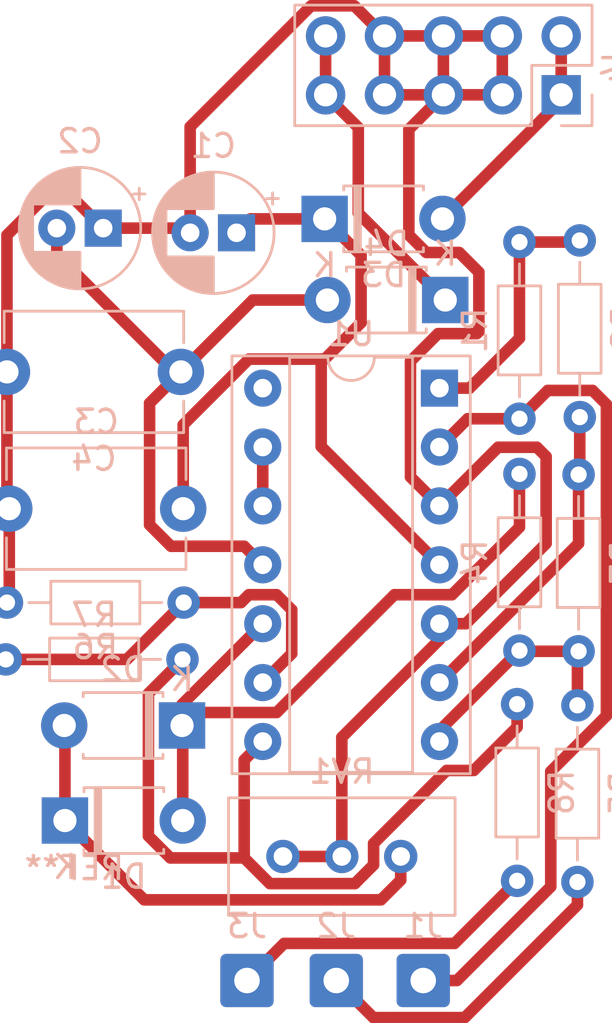
<source format=kicad_pcb>
(kicad_pcb (version 20171130) (host pcbnew "(5.1.8)-1")

  (general
    (thickness 1.6)
    (drawings 0)
    (tracks 147)
    (zones 0)
    (modules 24)
    (nets 18)
  )

  (page A4)
  (layers
    (0 F.Cu signal)
    (31 B.Cu signal hide)
    (32 B.Adhes user hide)
    (33 F.Adhes user hide)
    (34 B.Paste user hide)
    (35 F.Paste user hide)
    (36 B.SilkS user hide)
    (37 F.SilkS user hide)
    (38 B.Mask user hide)
    (39 F.Mask user hide)
    (40 Dwgs.User user)
    (41 Cmts.User user hide)
    (42 Eco1.User user hide)
    (43 Eco2.User user hide)
    (44 Edge.Cuts user hide)
    (45 Margin user hide)
    (46 B.CrtYd user hide)
    (47 F.CrtYd user)
    (48 B.Fab user hide)
    (49 F.Fab user)
  )

  (setup
    (last_trace_width 0.5)
    (trace_clearance 0.2)
    (zone_clearance 0.508)
    (zone_45_only no)
    (trace_min 0.2)
    (via_size 0.8)
    (via_drill 0.4)
    (via_min_size 0.4)
    (via_min_drill 0.3)
    (uvia_size 0.3)
    (uvia_drill 0.1)
    (uvias_allowed no)
    (uvia_min_size 0.2)
    (uvia_min_drill 0.1)
    (edge_width 0.05)
    (segment_width 0.2)
    (pcb_text_width 0.3)
    (pcb_text_size 1.5 1.5)
    (mod_edge_width 0.12)
    (mod_text_size 1 1)
    (mod_text_width 0.15)
    (pad_size 1.524 1.524)
    (pad_drill 0.762)
    (pad_to_mask_clearance 0)
    (aux_axis_origin 148.15 93.8)
    (visible_elements 7FFFFFFF)
    (pcbplotparams
      (layerselection 0x00000_7fffffff)
      (usegerberextensions false)
      (usegerberattributes true)
      (usegerberadvancedattributes true)
      (creategerberjobfile true)
      (excludeedgelayer true)
      (linewidth 0.100000)
      (plotframeref false)
      (viasonmask false)
      (mode 1)
      (useauxorigin false)
      (hpglpennumber 1)
      (hpglpenspeed 20)
      (hpglpendiameter 15.000000)
      (psnegative false)
      (psa4output false)
      (plotreference true)
      (plotvalue true)
      (plotinvisibletext false)
      (padsonsilk false)
      (subtractmaskfromsilk false)
      (outputformat 1)
      (mirror false)
      (drillshape 0)
      (scaleselection 1)
      (outputdirectory ""))
  )

  (net 0 "")
  (net 1 Earth)
  (net 2 "Net-(C1-Pad1)")
  (net 3 "Net-(C2-Pad2)")
  (net 4 "Net-(D1-Pad2)")
  (net 5 "Net-(D1-Pad1)")
  (net 6 "Net-(J1-Pad1)")
  (net 7 "Net-(J2-Pad1)")
  (net 8 "Net-(J3-Pad1)")
  (net 9 "Net-(R1-Pad1)")
  (net 10 "Net-(R2-Pad1)")
  (net 11 "Net-(R3-Pad1)")
  (net 12 "Net-(R6-Pad2)")
  (net 13 "Net-(R7-Pad1)")
  (net 14 "Net-(U1-Pad14)")
  (net 15 "Net-(U1-Pad12)")
  (net 16 +12v)
  (net 17 -12V)

  (net_class Default "This is the default net class."
    (clearance 0.2)
    (trace_width 0.5)
    (via_dia 0.8)
    (via_drill 0.4)
    (uvia_dia 0.3)
    (uvia_drill 0.1)
    (add_net +12v)
    (add_net -12V)
    (add_net Earth)
    (add_net "Net-(C1-Pad1)")
    (add_net "Net-(C2-Pad2)")
    (add_net "Net-(D1-Pad1)")
    (add_net "Net-(D1-Pad2)")
    (add_net "Net-(J1-Pad1)")
    (add_net "Net-(J2-Pad1)")
    (add_net "Net-(J3-Pad1)")
    (add_net "Net-(R1-Pad1)")
    (add_net "Net-(R2-Pad1)")
    (add_net "Net-(R3-Pad1)")
    (add_net "Net-(R6-Pad2)")
    (add_net "Net-(R7-Pad1)")
    (add_net "Net-(U1-Pad12)")
    (add_net "Net-(U1-Pad14)")
  )

  (module Package_DIP:DIP-14_W7.62mm_Socket (layer B.Cu) (tedit 5A02E8C5) (tstamp 62C2DE30)
    (at 168.05 110.75 180)
    (descr "14-lead though-hole mounted DIP package, row spacing 7.62 mm (300 mils), Socket")
    (tags "THT DIP DIL PDIP 2.54mm 7.62mm 300mil Socket")
    (path /62BCDDAF)
    (fp_text reference U1 (at 3.81 2.33) (layer B.SilkS)
      (effects (font (size 1 1) (thickness 0.15)) (justify mirror))
    )
    (fp_text value TL074 (at 3.81 -17.57) (layer B.Fab)
      (effects (font (size 1 1) (thickness 0.15)) (justify mirror))
    )
    (fp_text user %R (at 3.81 -7.62) (layer B.Fab)
      (effects (font (size 1 1) (thickness 0.15)) (justify mirror))
    )
    (fp_arc (start 3.81 1.33) (end 2.81 1.33) (angle 180) (layer B.SilkS) (width 0.12))
    (fp_line (start 1.635 1.27) (end 6.985 1.27) (layer B.Fab) (width 0.1))
    (fp_line (start 6.985 1.27) (end 6.985 -16.51) (layer B.Fab) (width 0.1))
    (fp_line (start 6.985 -16.51) (end 0.635 -16.51) (layer B.Fab) (width 0.1))
    (fp_line (start 0.635 -16.51) (end 0.635 0.27) (layer B.Fab) (width 0.1))
    (fp_line (start 0.635 0.27) (end 1.635 1.27) (layer B.Fab) (width 0.1))
    (fp_line (start -1.27 1.33) (end -1.27 -16.57) (layer B.Fab) (width 0.1))
    (fp_line (start -1.27 -16.57) (end 8.89 -16.57) (layer B.Fab) (width 0.1))
    (fp_line (start 8.89 -16.57) (end 8.89 1.33) (layer B.Fab) (width 0.1))
    (fp_line (start 8.89 1.33) (end -1.27 1.33) (layer B.Fab) (width 0.1))
    (fp_line (start 2.81 1.33) (end 1.16 1.33) (layer B.SilkS) (width 0.12))
    (fp_line (start 1.16 1.33) (end 1.16 -16.57) (layer B.SilkS) (width 0.12))
    (fp_line (start 1.16 -16.57) (end 6.46 -16.57) (layer B.SilkS) (width 0.12))
    (fp_line (start 6.46 -16.57) (end 6.46 1.33) (layer B.SilkS) (width 0.12))
    (fp_line (start 6.46 1.33) (end 4.81 1.33) (layer B.SilkS) (width 0.12))
    (fp_line (start -1.33 1.39) (end -1.33 -16.63) (layer B.SilkS) (width 0.12))
    (fp_line (start -1.33 -16.63) (end 8.95 -16.63) (layer B.SilkS) (width 0.12))
    (fp_line (start 8.95 -16.63) (end 8.95 1.39) (layer B.SilkS) (width 0.12))
    (fp_line (start 8.95 1.39) (end -1.33 1.39) (layer B.SilkS) (width 0.12))
    (fp_line (start -1.55 1.6) (end -1.55 -16.85) (layer B.CrtYd) (width 0.05))
    (fp_line (start -1.55 -16.85) (end 9.15 -16.85) (layer B.CrtYd) (width 0.05))
    (fp_line (start 9.15 -16.85) (end 9.15 1.6) (layer B.CrtYd) (width 0.05))
    (fp_line (start 9.15 1.6) (end -1.55 1.6) (layer B.CrtYd) (width 0.05))
    (pad 14 thru_hole oval (at 7.62 0 180) (size 1.6 1.6) (drill 0.8) (layers *.Cu *.Mask)
      (net 14 "Net-(U1-Pad14)"))
    (pad 7 thru_hole oval (at 0 -15.24 180) (size 1.6 1.6) (drill 0.8) (layers *.Cu *.Mask)
      (net 11 "Net-(R3-Pad1)"))
    (pad 13 thru_hole oval (at 7.62 -2.54 180) (size 1.6 1.6) (drill 0.8) (layers *.Cu *.Mask)
      (net 15 "Net-(U1-Pad12)"))
    (pad 6 thru_hole oval (at 0 -12.7 180) (size 1.6 1.6) (drill 0.8) (layers *.Cu *.Mask)
      (net 10 "Net-(R2-Pad1)"))
    (pad 12 thru_hole oval (at 7.62 -5.08 180) (size 1.6 1.6) (drill 0.8) (layers *.Cu *.Mask)
      (net 15 "Net-(U1-Pad12)"))
    (pad 5 thru_hole oval (at 0 -10.16 180) (size 1.6 1.6) (drill 0.8) (layers *.Cu *.Mask)
      (net 1 Earth))
    (pad 11 thru_hole oval (at 7.62 -7.62 180) (size 1.6 1.6) (drill 0.8) (layers *.Cu *.Mask)
      (net 3 "Net-(C2-Pad2)"))
    (pad 4 thru_hole oval (at 0 -7.62 180) (size 1.6 1.6) (drill 0.8) (layers *.Cu *.Mask)
      (net 2 "Net-(C1-Pad1)"))
    (pad 10 thru_hole oval (at 7.62 -10.16 180) (size 1.6 1.6) (drill 0.8) (layers *.Cu *.Mask)
      (net 4 "Net-(D1-Pad2)"))
    (pad 3 thru_hole oval (at 0 -5.08 180) (size 1.6 1.6) (drill 0.8) (layers *.Cu *.Mask)
      (net 1 Earth))
    (pad 9 thru_hole oval (at 7.62 -12.7 180) (size 1.6 1.6) (drill 0.8) (layers *.Cu *.Mask)
      (net 12 "Net-(R6-Pad2)"))
    (pad 2 thru_hole oval (at 0 -2.54 180) (size 1.6 1.6) (drill 0.8) (layers *.Cu *.Mask)
      (net 6 "Net-(J1-Pad1)"))
    (pad 8 thru_hole oval (at 7.62 -15.24 180) (size 1.6 1.6) (drill 0.8) (layers *.Cu *.Mask)
      (net 13 "Net-(R7-Pad1)"))
    (pad 1 thru_hole rect (at 0 0 180) (size 1.6 1.6) (drill 0.8) (layers *.Cu *.Mask)
      (net 9 "Net-(R1-Pad1)"))
    (model ${KISYS3DMOD}/Package_DIP.3dshapes/DIP-14_W7.62mm_Socket.wrl
      (at (xyz 0 0 0))
      (scale (xyz 1 1 1))
      (rotate (xyz 0 0 0))
    )
  )

  (module Potentiometer_THT:Potentiometer_Bourns_3296W_Vertical (layer B.Cu) (tedit 5A3D4994) (tstamp 62C2DE06)
    (at 161.3 130.95 180)
    (descr "Potentiometer, vertical, Bourns 3296W, https://www.bourns.com/pdfs/3296.pdf")
    (tags "Potentiometer vertical Bourns 3296W")
    (path /62BE195F)
    (fp_text reference RV1 (at -2.54 3.66) (layer B.SilkS)
      (effects (font (size 1 1) (thickness 0.15)) (justify mirror))
    )
    (fp_text value 20K (at -2.54 -3.67) (layer B.Fab)
      (effects (font (size 1 1) (thickness 0.15)) (justify mirror))
    )
    (fp_text user %R (at -3.175 -0.005) (layer B.Fab)
      (effects (font (size 1 1) (thickness 0.15)) (justify mirror))
    )
    (fp_circle (center 0.955 -1.15) (end 2.05 -1.15) (layer B.Fab) (width 0.1))
    (fp_line (start -7.305 2.41) (end -7.305 -2.42) (layer B.Fab) (width 0.1))
    (fp_line (start -7.305 -2.42) (end 2.225 -2.42) (layer B.Fab) (width 0.1))
    (fp_line (start 2.225 -2.42) (end 2.225 2.41) (layer B.Fab) (width 0.1))
    (fp_line (start 2.225 2.41) (end -7.305 2.41) (layer B.Fab) (width 0.1))
    (fp_line (start 0.955 -2.235) (end 0.956 -0.066) (layer B.Fab) (width 0.1))
    (fp_line (start 0.955 -2.235) (end 0.956 -0.066) (layer B.Fab) (width 0.1))
    (fp_line (start -7.425 2.53) (end 2.345 2.53) (layer B.SilkS) (width 0.12))
    (fp_line (start -7.425 -2.54) (end 2.345 -2.54) (layer B.SilkS) (width 0.12))
    (fp_line (start -7.425 2.53) (end -7.425 -2.54) (layer B.SilkS) (width 0.12))
    (fp_line (start 2.345 2.53) (end 2.345 -2.54) (layer B.SilkS) (width 0.12))
    (fp_line (start -7.6 2.7) (end -7.6 -2.7) (layer B.CrtYd) (width 0.05))
    (fp_line (start -7.6 -2.7) (end 2.5 -2.7) (layer B.CrtYd) (width 0.05))
    (fp_line (start 2.5 -2.7) (end 2.5 2.7) (layer B.CrtYd) (width 0.05))
    (fp_line (start 2.5 2.7) (end -7.6 2.7) (layer B.CrtYd) (width 0.05))
    (pad 3 thru_hole circle (at -5.08 0 180) (size 1.44 1.44) (drill 0.8) (layers *.Cu *.Mask)
      (net 5 "Net-(D1-Pad1)"))
    (pad 2 thru_hole circle (at -2.54 0 180) (size 1.44 1.44) (drill 0.8) (layers *.Cu *.Mask)
      (net 1 Earth))
    (pad 1 thru_hole circle (at 0 0 180) (size 1.44 1.44) (drill 0.8) (layers *.Cu *.Mask)
      (net 1 Earth))
    (model ${KISYS3DMOD}/Potentiometer_THT.3dshapes/Potentiometer_Bourns_3296W_Vertical.wrl
      (at (xyz 0 0 0))
      (scale (xyz 1 1 1))
      (rotate (xyz 0 0 0))
    )
  )

  (module Resistor_THT:R_Axial_DIN0204_L3.6mm_D1.6mm_P7.62mm_Horizontal (layer B.Cu) (tedit 5AE5139B) (tstamp 62C2DDEF)
    (at 171.4 132 90)
    (descr "Resistor, Axial_DIN0204 series, Axial, Horizontal, pin pitch=7.62mm, 0.167W, length*diameter=3.6*1.6mm^2, http://cdn-reichelt.de/documents/datenblatt/B400/1_4W%23YAG.pdf")
    (tags "Resistor Axial_DIN0204 series Axial Horizontal pin pitch 7.62mm 0.167W length 3.6mm diameter 1.6mm")
    (path /62BD9CEB)
    (fp_text reference R8 (at 3.81 1.92 270) (layer B.SilkS)
      (effects (font (size 1 1) (thickness 0.15)) (justify mirror))
    )
    (fp_text value 1K (at 3.81 -1.92 270) (layer B.Fab)
      (effects (font (size 1 1) (thickness 0.15)) (justify mirror))
    )
    (fp_text user %R (at 3.81 0 270) (layer B.Fab)
      (effects (font (size 0.72 0.72) (thickness 0.108)) (justify mirror))
    )
    (fp_line (start 2.01 0.8) (end 2.01 -0.8) (layer B.Fab) (width 0.1))
    (fp_line (start 2.01 -0.8) (end 5.61 -0.8) (layer B.Fab) (width 0.1))
    (fp_line (start 5.61 -0.8) (end 5.61 0.8) (layer B.Fab) (width 0.1))
    (fp_line (start 5.61 0.8) (end 2.01 0.8) (layer B.Fab) (width 0.1))
    (fp_line (start 0 0) (end 2.01 0) (layer B.Fab) (width 0.1))
    (fp_line (start 7.62 0) (end 5.61 0) (layer B.Fab) (width 0.1))
    (fp_line (start 1.89 0.92) (end 1.89 -0.92) (layer B.SilkS) (width 0.12))
    (fp_line (start 1.89 -0.92) (end 5.73 -0.92) (layer B.SilkS) (width 0.12))
    (fp_line (start 5.73 -0.92) (end 5.73 0.92) (layer B.SilkS) (width 0.12))
    (fp_line (start 5.73 0.92) (end 1.89 0.92) (layer B.SilkS) (width 0.12))
    (fp_line (start 0.94 0) (end 1.89 0) (layer B.SilkS) (width 0.12))
    (fp_line (start 6.68 0) (end 5.73 0) (layer B.SilkS) (width 0.12))
    (fp_line (start -0.95 1.05) (end -0.95 -1.05) (layer B.CrtYd) (width 0.05))
    (fp_line (start -0.95 -1.05) (end 8.57 -1.05) (layer B.CrtYd) (width 0.05))
    (fp_line (start 8.57 -1.05) (end 8.57 1.05) (layer B.CrtYd) (width 0.05))
    (fp_line (start 8.57 1.05) (end -0.95 1.05) (layer B.CrtYd) (width 0.05))
    (pad 2 thru_hole oval (at 7.62 0 90) (size 1.4 1.4) (drill 0.7) (layers *.Cu *.Mask)
      (net 13 "Net-(R7-Pad1)"))
    (pad 1 thru_hole circle (at 0 0 90) (size 1.4 1.4) (drill 0.7) (layers *.Cu *.Mask)
      (net 8 "Net-(J3-Pad1)"))
    (model ${KISYS3DMOD}/Resistor_THT.3dshapes/R_Axial_DIN0204_L3.6mm_D1.6mm_P7.62mm_Horizontal.wrl
      (at (xyz 0 0 0))
      (scale (xyz 1 1 1))
      (rotate (xyz 0 0 0))
    )
  )

  (module Resistor_THT:R_Axial_DIN0204_L3.6mm_D1.6mm_P7.62mm_Horizontal (layer B.Cu) (tedit 5AE5139B) (tstamp 62C2DDD8)
    (at 156.97 122.45 180)
    (descr "Resistor, Axial_DIN0204 series, Axial, Horizontal, pin pitch=7.62mm, 0.167W, length*diameter=3.6*1.6mm^2, http://cdn-reichelt.de/documents/datenblatt/B400/1_4W%23YAG.pdf")
    (tags "Resistor Axial_DIN0204 series Axial Horizontal pin pitch 7.62mm 0.167W length 3.6mm diameter 1.6mm")
    (path /62BE9520)
    (fp_text reference R7 (at 3.81 1.92) (layer B.SilkS)
      (effects (font (size 1 1) (thickness 0.15)) (justify mirror))
    )
    (fp_text value 100K (at 3.81 -1.92) (layer B.Fab)
      (effects (font (size 1 1) (thickness 0.15)) (justify mirror))
    )
    (fp_text user %R (at 3.81 0) (layer B.Fab)
      (effects (font (size 0.72 0.72) (thickness 0.108)) (justify mirror))
    )
    (fp_line (start 2.01 0.8) (end 2.01 -0.8) (layer B.Fab) (width 0.1))
    (fp_line (start 2.01 -0.8) (end 5.61 -0.8) (layer B.Fab) (width 0.1))
    (fp_line (start 5.61 -0.8) (end 5.61 0.8) (layer B.Fab) (width 0.1))
    (fp_line (start 5.61 0.8) (end 2.01 0.8) (layer B.Fab) (width 0.1))
    (fp_line (start 0 0) (end 2.01 0) (layer B.Fab) (width 0.1))
    (fp_line (start 7.62 0) (end 5.61 0) (layer B.Fab) (width 0.1))
    (fp_line (start 1.89 0.92) (end 1.89 -0.92) (layer B.SilkS) (width 0.12))
    (fp_line (start 1.89 -0.92) (end 5.73 -0.92) (layer B.SilkS) (width 0.12))
    (fp_line (start 5.73 -0.92) (end 5.73 0.92) (layer B.SilkS) (width 0.12))
    (fp_line (start 5.73 0.92) (end 1.89 0.92) (layer B.SilkS) (width 0.12))
    (fp_line (start 0.94 0) (end 1.89 0) (layer B.SilkS) (width 0.12))
    (fp_line (start 6.68 0) (end 5.73 0) (layer B.SilkS) (width 0.12))
    (fp_line (start -0.95 1.05) (end -0.95 -1.05) (layer B.CrtYd) (width 0.05))
    (fp_line (start -0.95 -1.05) (end 8.57 -1.05) (layer B.CrtYd) (width 0.05))
    (fp_line (start 8.57 -1.05) (end 8.57 1.05) (layer B.CrtYd) (width 0.05))
    (fp_line (start 8.57 1.05) (end -0.95 1.05) (layer B.CrtYd) (width 0.05))
    (pad 2 thru_hole oval (at 7.62 0 180) (size 1.4 1.4) (drill 0.7) (layers *.Cu *.Mask)
      (net 12 "Net-(R6-Pad2)"))
    (pad 1 thru_hole circle (at 0 0 180) (size 1.4 1.4) (drill 0.7) (layers *.Cu *.Mask)
      (net 13 "Net-(R7-Pad1)"))
    (model ${KISYS3DMOD}/Resistor_THT.3dshapes/R_Axial_DIN0204_L3.6mm_D1.6mm_P7.62mm_Horizontal.wrl
      (at (xyz 0 0 0))
      (scale (xyz 1 1 1))
      (rotate (xyz 0 0 0))
    )
  )

  (module Resistor_THT:R_Axial_DIN0204_L3.6mm_D1.6mm_P7.62mm_Horizontal (layer B.Cu) (tedit 5AE5139B) (tstamp 62C2DDC1)
    (at 149.4 120)
    (descr "Resistor, Axial_DIN0204 series, Axial, Horizontal, pin pitch=7.62mm, 0.167W, length*diameter=3.6*1.6mm^2, http://cdn-reichelt.de/documents/datenblatt/B400/1_4W%23YAG.pdf")
    (tags "Resistor Axial_DIN0204 series Axial Horizontal pin pitch 7.62mm 0.167W length 3.6mm diameter 1.6mm")
    (path /62BE98FB)
    (fp_text reference R6 (at 3.81 1.92) (layer B.SilkS)
      (effects (font (size 1 1) (thickness 0.15)) (justify mirror))
    )
    (fp_text value 27K (at 3.81 -1.92) (layer B.Fab)
      (effects (font (size 1 1) (thickness 0.15)) (justify mirror))
    )
    (fp_text user %R (at 3.81 0) (layer B.Fab)
      (effects (font (size 0.72 0.72) (thickness 0.108)) (justify mirror))
    )
    (fp_line (start 2.01 0.8) (end 2.01 -0.8) (layer B.Fab) (width 0.1))
    (fp_line (start 2.01 -0.8) (end 5.61 -0.8) (layer B.Fab) (width 0.1))
    (fp_line (start 5.61 -0.8) (end 5.61 0.8) (layer B.Fab) (width 0.1))
    (fp_line (start 5.61 0.8) (end 2.01 0.8) (layer B.Fab) (width 0.1))
    (fp_line (start 0 0) (end 2.01 0) (layer B.Fab) (width 0.1))
    (fp_line (start 7.62 0) (end 5.61 0) (layer B.Fab) (width 0.1))
    (fp_line (start 1.89 0.92) (end 1.89 -0.92) (layer B.SilkS) (width 0.12))
    (fp_line (start 1.89 -0.92) (end 5.73 -0.92) (layer B.SilkS) (width 0.12))
    (fp_line (start 5.73 -0.92) (end 5.73 0.92) (layer B.SilkS) (width 0.12))
    (fp_line (start 5.73 0.92) (end 1.89 0.92) (layer B.SilkS) (width 0.12))
    (fp_line (start 0.94 0) (end 1.89 0) (layer B.SilkS) (width 0.12))
    (fp_line (start 6.68 0) (end 5.73 0) (layer B.SilkS) (width 0.12))
    (fp_line (start -0.95 1.05) (end -0.95 -1.05) (layer B.CrtYd) (width 0.05))
    (fp_line (start -0.95 -1.05) (end 8.57 -1.05) (layer B.CrtYd) (width 0.05))
    (fp_line (start 8.57 -1.05) (end 8.57 1.05) (layer B.CrtYd) (width 0.05))
    (fp_line (start 8.57 1.05) (end -0.95 1.05) (layer B.CrtYd) (width 0.05))
    (pad 2 thru_hole oval (at 7.62 0) (size 1.4 1.4) (drill 0.7) (layers *.Cu *.Mask)
      (net 12 "Net-(R6-Pad2)"))
    (pad 1 thru_hole circle (at 0 0) (size 1.4 1.4) (drill 0.7) (layers *.Cu *.Mask)
      (net 1 Earth))
    (model ${KISYS3DMOD}/Resistor_THT.3dshapes/R_Axial_DIN0204_L3.6mm_D1.6mm_P7.62mm_Horizontal.wrl
      (at (xyz 0 0 0))
      (scale (xyz 1 1 1))
      (rotate (xyz 0 0 0))
    )
  )

  (module Resistor_THT:R_Axial_DIN0204_L3.6mm_D1.6mm_P7.62mm_Horizontal (layer B.Cu) (tedit 5AE5139B) (tstamp 62C2DDAA)
    (at 174 132.05 90)
    (descr "Resistor, Axial_DIN0204 series, Axial, Horizontal, pin pitch=7.62mm, 0.167W, length*diameter=3.6*1.6mm^2, http://cdn-reichelt.de/documents/datenblatt/B400/1_4W%23YAG.pdf")
    (tags "Resistor Axial_DIN0204 series Axial Horizontal pin pitch 7.62mm 0.167W length 3.6mm diameter 1.6mm")
    (path /62BDA1F0)
    (fp_text reference R5 (at 3.81 1.92 270) (layer B.SilkS)
      (effects (font (size 1 1) (thickness 0.15)) (justify mirror))
    )
    (fp_text value 1K (at 3.81 -1.92 270) (layer B.Fab)
      (effects (font (size 1 1) (thickness 0.15)) (justify mirror))
    )
    (fp_text user %R (at 3.81 0 270) (layer B.Fab)
      (effects (font (size 0.72 0.72) (thickness 0.108)) (justify mirror))
    )
    (fp_line (start 2.01 0.8) (end 2.01 -0.8) (layer B.Fab) (width 0.1))
    (fp_line (start 2.01 -0.8) (end 5.61 -0.8) (layer B.Fab) (width 0.1))
    (fp_line (start 5.61 -0.8) (end 5.61 0.8) (layer B.Fab) (width 0.1))
    (fp_line (start 5.61 0.8) (end 2.01 0.8) (layer B.Fab) (width 0.1))
    (fp_line (start 0 0) (end 2.01 0) (layer B.Fab) (width 0.1))
    (fp_line (start 7.62 0) (end 5.61 0) (layer B.Fab) (width 0.1))
    (fp_line (start 1.89 0.92) (end 1.89 -0.92) (layer B.SilkS) (width 0.12))
    (fp_line (start 1.89 -0.92) (end 5.73 -0.92) (layer B.SilkS) (width 0.12))
    (fp_line (start 5.73 -0.92) (end 5.73 0.92) (layer B.SilkS) (width 0.12))
    (fp_line (start 5.73 0.92) (end 1.89 0.92) (layer B.SilkS) (width 0.12))
    (fp_line (start 0.94 0) (end 1.89 0) (layer B.SilkS) (width 0.12))
    (fp_line (start 6.68 0) (end 5.73 0) (layer B.SilkS) (width 0.12))
    (fp_line (start -0.95 1.05) (end -0.95 -1.05) (layer B.CrtYd) (width 0.05))
    (fp_line (start -0.95 -1.05) (end 8.57 -1.05) (layer B.CrtYd) (width 0.05))
    (fp_line (start 8.57 -1.05) (end 8.57 1.05) (layer B.CrtYd) (width 0.05))
    (fp_line (start 8.57 1.05) (end -0.95 1.05) (layer B.CrtYd) (width 0.05))
    (pad 2 thru_hole oval (at 7.62 0 90) (size 1.4 1.4) (drill 0.7) (layers *.Cu *.Mask)
      (net 11 "Net-(R3-Pad1)"))
    (pad 1 thru_hole circle (at 0 0 90) (size 1.4 1.4) (drill 0.7) (layers *.Cu *.Mask)
      (net 7 "Net-(J2-Pad1)"))
    (model ${KISYS3DMOD}/Resistor_THT.3dshapes/R_Axial_DIN0204_L3.6mm_D1.6mm_P7.62mm_Horizontal.wrl
      (at (xyz 0 0 0))
      (scale (xyz 1 1 1))
      (rotate (xyz 0 0 0))
    )
  )

  (module Resistor_THT:R_Axial_DIN0204_L3.6mm_D1.6mm_P7.62mm_Horizontal (layer B.Cu) (tedit 5AE5139B) (tstamp 62C2DD93)
    (at 171.5 114.45 270)
    (descr "Resistor, Axial_DIN0204 series, Axial, Horizontal, pin pitch=7.62mm, 0.167W, length*diameter=3.6*1.6mm^2, http://cdn-reichelt.de/documents/datenblatt/B400/1_4W%23YAG.pdf")
    (tags "Resistor Axial_DIN0204 series Axial Horizontal pin pitch 7.62mm 0.167W length 3.6mm diameter 1.6mm")
    (path /62BE02F4)
    (fp_text reference R4 (at 3.81 1.92 270) (layer B.SilkS)
      (effects (font (size 1 1) (thickness 0.15)) (justify mirror))
    )
    (fp_text value 100K (at 3.81 -1.92 270) (layer B.Fab)
      (effects (font (size 1 1) (thickness 0.15)) (justify mirror))
    )
    (fp_text user %R (at 3.81 0 270) (layer B.Fab)
      (effects (font (size 0.72 0.72) (thickness 0.108)) (justify mirror))
    )
    (fp_line (start 2.01 0.8) (end 2.01 -0.8) (layer B.Fab) (width 0.1))
    (fp_line (start 2.01 -0.8) (end 5.61 -0.8) (layer B.Fab) (width 0.1))
    (fp_line (start 5.61 -0.8) (end 5.61 0.8) (layer B.Fab) (width 0.1))
    (fp_line (start 5.61 0.8) (end 2.01 0.8) (layer B.Fab) (width 0.1))
    (fp_line (start 0 0) (end 2.01 0) (layer B.Fab) (width 0.1))
    (fp_line (start 7.62 0) (end 5.61 0) (layer B.Fab) (width 0.1))
    (fp_line (start 1.89 0.92) (end 1.89 -0.92) (layer B.SilkS) (width 0.12))
    (fp_line (start 1.89 -0.92) (end 5.73 -0.92) (layer B.SilkS) (width 0.12))
    (fp_line (start 5.73 -0.92) (end 5.73 0.92) (layer B.SilkS) (width 0.12))
    (fp_line (start 5.73 0.92) (end 1.89 0.92) (layer B.SilkS) (width 0.12))
    (fp_line (start 0.94 0) (end 1.89 0) (layer B.SilkS) (width 0.12))
    (fp_line (start 6.68 0) (end 5.73 0) (layer B.SilkS) (width 0.12))
    (fp_line (start -0.95 1.05) (end -0.95 -1.05) (layer B.CrtYd) (width 0.05))
    (fp_line (start -0.95 -1.05) (end 8.57 -1.05) (layer B.CrtYd) (width 0.05))
    (fp_line (start 8.57 -1.05) (end 8.57 1.05) (layer B.CrtYd) (width 0.05))
    (fp_line (start 8.57 1.05) (end -0.95 1.05) (layer B.CrtYd) (width 0.05))
    (pad 2 thru_hole oval (at 7.62 0 270) (size 1.4 1.4) (drill 0.7) (layers *.Cu *.Mask)
      (net 11 "Net-(R3-Pad1)"))
    (pad 1 thru_hole circle (at 0 0 270) (size 1.4 1.4) (drill 0.7) (layers *.Cu *.Mask)
      (net 4 "Net-(D1-Pad2)"))
    (model ${KISYS3DMOD}/Resistor_THT.3dshapes/R_Axial_DIN0204_L3.6mm_D1.6mm_P7.62mm_Horizontal.wrl
      (at (xyz 0 0 0))
      (scale (xyz 1 1 1))
      (rotate (xyz 0 0 0))
    )
  )

  (module Resistor_THT:R_Axial_DIN0204_L3.6mm_D1.6mm_P7.62mm_Horizontal (layer B.Cu) (tedit 5AE5139B) (tstamp 62C2DD7C)
    (at 174.05 122.1 90)
    (descr "Resistor, Axial_DIN0204 series, Axial, Horizontal, pin pitch=7.62mm, 0.167W, length*diameter=3.6*1.6mm^2, http://cdn-reichelt.de/documents/datenblatt/B400/1_4W%23YAG.pdf")
    (tags "Resistor Axial_DIN0204 series Axial Horizontal pin pitch 7.62mm 0.167W length 3.6mm diameter 1.6mm")
    (path /62BD52E7)
    (fp_text reference R3 (at 3.81 1.92 270) (layer B.SilkS)
      (effects (font (size 1 1) (thickness 0.15)) (justify mirror))
    )
    (fp_text value 100K (at 3.81 -1.92 270) (layer B.Fab)
      (effects (font (size 1 1) (thickness 0.15)) (justify mirror))
    )
    (fp_text user %R (at 3.81 0 270) (layer B.Fab)
      (effects (font (size 0.72 0.72) (thickness 0.108)) (justify mirror))
    )
    (fp_line (start 2.01 0.8) (end 2.01 -0.8) (layer B.Fab) (width 0.1))
    (fp_line (start 2.01 -0.8) (end 5.61 -0.8) (layer B.Fab) (width 0.1))
    (fp_line (start 5.61 -0.8) (end 5.61 0.8) (layer B.Fab) (width 0.1))
    (fp_line (start 5.61 0.8) (end 2.01 0.8) (layer B.Fab) (width 0.1))
    (fp_line (start 0 0) (end 2.01 0) (layer B.Fab) (width 0.1))
    (fp_line (start 7.62 0) (end 5.61 0) (layer B.Fab) (width 0.1))
    (fp_line (start 1.89 0.92) (end 1.89 -0.92) (layer B.SilkS) (width 0.12))
    (fp_line (start 1.89 -0.92) (end 5.73 -0.92) (layer B.SilkS) (width 0.12))
    (fp_line (start 5.73 -0.92) (end 5.73 0.92) (layer B.SilkS) (width 0.12))
    (fp_line (start 5.73 0.92) (end 1.89 0.92) (layer B.SilkS) (width 0.12))
    (fp_line (start 0.94 0) (end 1.89 0) (layer B.SilkS) (width 0.12))
    (fp_line (start 6.68 0) (end 5.73 0) (layer B.SilkS) (width 0.12))
    (fp_line (start -0.95 1.05) (end -0.95 -1.05) (layer B.CrtYd) (width 0.05))
    (fp_line (start -0.95 -1.05) (end 8.57 -1.05) (layer B.CrtYd) (width 0.05))
    (fp_line (start 8.57 -1.05) (end 8.57 1.05) (layer B.CrtYd) (width 0.05))
    (fp_line (start 8.57 1.05) (end -0.95 1.05) (layer B.CrtYd) (width 0.05))
    (pad 2 thru_hole oval (at 7.62 0 90) (size 1.4 1.4) (drill 0.7) (layers *.Cu *.Mask)
      (net 10 "Net-(R2-Pad1)"))
    (pad 1 thru_hole circle (at 0 0 90) (size 1.4 1.4) (drill 0.7) (layers *.Cu *.Mask)
      (net 11 "Net-(R3-Pad1)"))
    (model ${KISYS3DMOD}/Resistor_THT.3dshapes/R_Axial_DIN0204_L3.6mm_D1.6mm_P7.62mm_Horizontal.wrl
      (at (xyz 0 0 0))
      (scale (xyz 1 1 1))
      (rotate (xyz 0 0 0))
    )
  )

  (module Resistor_THT:R_Axial_DIN0204_L3.6mm_D1.6mm_P7.62mm_Horizontal (layer B.Cu) (tedit 5AE5139B) (tstamp 62C2DD65)
    (at 174.1 112 90)
    (descr "Resistor, Axial_DIN0204 series, Axial, Horizontal, pin pitch=7.62mm, 0.167W, length*diameter=3.6*1.6mm^2, http://cdn-reichelt.de/documents/datenblatt/B400/1_4W%23YAG.pdf")
    (tags "Resistor Axial_DIN0204 series Axial Horizontal pin pitch 7.62mm 0.167W length 3.6mm diameter 1.6mm")
    (path /62BD452B)
    (fp_text reference R2 (at 3.81 1.92 270) (layer B.SilkS)
      (effects (font (size 1 1) (thickness 0.15)) (justify mirror))
    )
    (fp_text value 100K (at 3.81 -1.92 270) (layer B.Fab)
      (effects (font (size 1 1) (thickness 0.15)) (justify mirror))
    )
    (fp_text user %R (at 3.81 0 270) (layer B.Fab)
      (effects (font (size 0.72 0.72) (thickness 0.108)) (justify mirror))
    )
    (fp_line (start 2.01 0.8) (end 2.01 -0.8) (layer B.Fab) (width 0.1))
    (fp_line (start 2.01 -0.8) (end 5.61 -0.8) (layer B.Fab) (width 0.1))
    (fp_line (start 5.61 -0.8) (end 5.61 0.8) (layer B.Fab) (width 0.1))
    (fp_line (start 5.61 0.8) (end 2.01 0.8) (layer B.Fab) (width 0.1))
    (fp_line (start 0 0) (end 2.01 0) (layer B.Fab) (width 0.1))
    (fp_line (start 7.62 0) (end 5.61 0) (layer B.Fab) (width 0.1))
    (fp_line (start 1.89 0.92) (end 1.89 -0.92) (layer B.SilkS) (width 0.12))
    (fp_line (start 1.89 -0.92) (end 5.73 -0.92) (layer B.SilkS) (width 0.12))
    (fp_line (start 5.73 -0.92) (end 5.73 0.92) (layer B.SilkS) (width 0.12))
    (fp_line (start 5.73 0.92) (end 1.89 0.92) (layer B.SilkS) (width 0.12))
    (fp_line (start 0.94 0) (end 1.89 0) (layer B.SilkS) (width 0.12))
    (fp_line (start 6.68 0) (end 5.73 0) (layer B.SilkS) (width 0.12))
    (fp_line (start -0.95 1.05) (end -0.95 -1.05) (layer B.CrtYd) (width 0.05))
    (fp_line (start -0.95 -1.05) (end 8.57 -1.05) (layer B.CrtYd) (width 0.05))
    (fp_line (start 8.57 -1.05) (end 8.57 1.05) (layer B.CrtYd) (width 0.05))
    (fp_line (start 8.57 1.05) (end -0.95 1.05) (layer B.CrtYd) (width 0.05))
    (pad 2 thru_hole oval (at 7.62 0 90) (size 1.4 1.4) (drill 0.7) (layers *.Cu *.Mask)
      (net 9 "Net-(R1-Pad1)"))
    (pad 1 thru_hole circle (at 0 0 90) (size 1.4 1.4) (drill 0.7) (layers *.Cu *.Mask)
      (net 10 "Net-(R2-Pad1)"))
    (model ${KISYS3DMOD}/Resistor_THT.3dshapes/R_Axial_DIN0204_L3.6mm_D1.6mm_P7.62mm_Horizontal.wrl
      (at (xyz 0 0 0))
      (scale (xyz 1 1 1))
      (rotate (xyz 0 0 0))
    )
  )

  (module Resistor_THT:R_Axial_DIN0204_L3.6mm_D1.6mm_P7.62mm_Horizontal (layer B.Cu) (tedit 5AE5139B) (tstamp 62C2DD4E)
    (at 171.5 104.45 270)
    (descr "Resistor, Axial_DIN0204 series, Axial, Horizontal, pin pitch=7.62mm, 0.167W, length*diameter=3.6*1.6mm^2, http://cdn-reichelt.de/documents/datenblatt/B400/1_4W%23YAG.pdf")
    (tags "Resistor Axial_DIN0204 series Axial Horizontal pin pitch 7.62mm 0.167W length 3.6mm diameter 1.6mm")
    (path /62BD6D4A)
    (fp_text reference R1 (at 3.81 1.92 270) (layer B.SilkS)
      (effects (font (size 1 1) (thickness 0.15)) (justify mirror))
    )
    (fp_text value 100K (at 3.81 -1.92 270) (layer B.Fab)
      (effects (font (size 1 1) (thickness 0.15)) (justify mirror))
    )
    (fp_text user %R (at 3.81 0 270) (layer B.Fab)
      (effects (font (size 0.72 0.72) (thickness 0.108)) (justify mirror))
    )
    (fp_line (start 2.01 0.8) (end 2.01 -0.8) (layer B.Fab) (width 0.1))
    (fp_line (start 2.01 -0.8) (end 5.61 -0.8) (layer B.Fab) (width 0.1))
    (fp_line (start 5.61 -0.8) (end 5.61 0.8) (layer B.Fab) (width 0.1))
    (fp_line (start 5.61 0.8) (end 2.01 0.8) (layer B.Fab) (width 0.1))
    (fp_line (start 0 0) (end 2.01 0) (layer B.Fab) (width 0.1))
    (fp_line (start 7.62 0) (end 5.61 0) (layer B.Fab) (width 0.1))
    (fp_line (start 1.89 0.92) (end 1.89 -0.92) (layer B.SilkS) (width 0.12))
    (fp_line (start 1.89 -0.92) (end 5.73 -0.92) (layer B.SilkS) (width 0.12))
    (fp_line (start 5.73 -0.92) (end 5.73 0.92) (layer B.SilkS) (width 0.12))
    (fp_line (start 5.73 0.92) (end 1.89 0.92) (layer B.SilkS) (width 0.12))
    (fp_line (start 0.94 0) (end 1.89 0) (layer B.SilkS) (width 0.12))
    (fp_line (start 6.68 0) (end 5.73 0) (layer B.SilkS) (width 0.12))
    (fp_line (start -0.95 1.05) (end -0.95 -1.05) (layer B.CrtYd) (width 0.05))
    (fp_line (start -0.95 -1.05) (end 8.57 -1.05) (layer B.CrtYd) (width 0.05))
    (fp_line (start 8.57 -1.05) (end 8.57 1.05) (layer B.CrtYd) (width 0.05))
    (fp_line (start 8.57 1.05) (end -0.95 1.05) (layer B.CrtYd) (width 0.05))
    (pad 2 thru_hole oval (at 7.62 0 270) (size 1.4 1.4) (drill 0.7) (layers *.Cu *.Mask)
      (net 6 "Net-(J1-Pad1)"))
    (pad 1 thru_hole circle (at 0 0 270) (size 1.4 1.4) (drill 0.7) (layers *.Cu *.Mask)
      (net 9 "Net-(R1-Pad1)"))
    (model ${KISYS3DMOD}/Resistor_THT.3dshapes/R_Axial_DIN0204_L3.6mm_D1.6mm_P7.62mm_Horizontal.wrl
      (at (xyz 0 0 0))
      (scale (xyz 1 1 1))
      (rotate (xyz 0 0 0))
    )
  )

  (module Connector_PinHeader_2.54mm:PinHeader_2x05_P2.54mm_Vertical (layer B.Cu) (tedit 59FED5CC) (tstamp 62C2DD37)
    (at 173.3 98.1 90)
    (descr "Through hole straight pin header, 2x05, 2.54mm pitch, double rows")
    (tags "Through hole pin header THT 2x05 2.54mm double row")
    (path /62C1805A)
    (fp_text reference J4 (at 1.27 2.33 270) (layer B.SilkS)
      (effects (font (size 1 1) (thickness 0.15)) (justify mirror))
    )
    (fp_text value Power (at 1.27 -12.49 270) (layer B.Fab)
      (effects (font (size 1 1) (thickness 0.15)) (justify mirror))
    )
    (fp_text user %R (at 1.27 -5.08) (layer B.Fab)
      (effects (font (size 1 1) (thickness 0.15)) (justify mirror))
    )
    (fp_line (start 0 1.27) (end 3.81 1.27) (layer B.Fab) (width 0.1))
    (fp_line (start 3.81 1.27) (end 3.81 -11.43) (layer B.Fab) (width 0.1))
    (fp_line (start 3.81 -11.43) (end -1.27 -11.43) (layer B.Fab) (width 0.1))
    (fp_line (start -1.27 -11.43) (end -1.27 0) (layer B.Fab) (width 0.1))
    (fp_line (start -1.27 0) (end 0 1.27) (layer B.Fab) (width 0.1))
    (fp_line (start -1.33 -11.49) (end 3.87 -11.49) (layer B.SilkS) (width 0.12))
    (fp_line (start -1.33 -1.27) (end -1.33 -11.49) (layer B.SilkS) (width 0.12))
    (fp_line (start 3.87 1.33) (end 3.87 -11.49) (layer B.SilkS) (width 0.12))
    (fp_line (start -1.33 -1.27) (end 1.27 -1.27) (layer B.SilkS) (width 0.12))
    (fp_line (start 1.27 -1.27) (end 1.27 1.33) (layer B.SilkS) (width 0.12))
    (fp_line (start 1.27 1.33) (end 3.87 1.33) (layer B.SilkS) (width 0.12))
    (fp_line (start -1.33 0) (end -1.33 1.33) (layer B.SilkS) (width 0.12))
    (fp_line (start -1.33 1.33) (end 0 1.33) (layer B.SilkS) (width 0.12))
    (fp_line (start -1.8 1.8) (end -1.8 -11.95) (layer B.CrtYd) (width 0.05))
    (fp_line (start -1.8 -11.95) (end 4.35 -11.95) (layer B.CrtYd) (width 0.05))
    (fp_line (start 4.35 -11.95) (end 4.35 1.8) (layer B.CrtYd) (width 0.05))
    (fp_line (start 4.35 1.8) (end -1.8 1.8) (layer B.CrtYd) (width 0.05))
    (pad 10 thru_hole oval (at 2.54 -10.16 90) (size 1.7 1.7) (drill 1) (layers *.Cu *.Mask)
      (net 17 -12V))
    (pad 9 thru_hole oval (at 0 -10.16 90) (size 1.7 1.7) (drill 1) (layers *.Cu *.Mask)
      (net 17 -12V))
    (pad 8 thru_hole oval (at 2.54 -7.62 90) (size 1.7 1.7) (drill 1) (layers *.Cu *.Mask)
      (net 1 Earth))
    (pad 7 thru_hole oval (at 0 -7.62 90) (size 1.7 1.7) (drill 1) (layers *.Cu *.Mask)
      (net 1 Earth))
    (pad 6 thru_hole oval (at 2.54 -5.08 90) (size 1.7 1.7) (drill 1) (layers *.Cu *.Mask)
      (net 1 Earth))
    (pad 5 thru_hole oval (at 0 -5.08 90) (size 1.7 1.7) (drill 1) (layers *.Cu *.Mask)
      (net 1 Earth))
    (pad 4 thru_hole oval (at 2.54 -2.54 90) (size 1.7 1.7) (drill 1) (layers *.Cu *.Mask)
      (net 1 Earth))
    (pad 3 thru_hole oval (at 0 -2.54 90) (size 1.7 1.7) (drill 1) (layers *.Cu *.Mask)
      (net 1 Earth))
    (pad 2 thru_hole oval (at 2.54 0 90) (size 1.7 1.7) (drill 1) (layers *.Cu *.Mask)
      (net 16 +12v))
    (pad 1 thru_hole rect (at 0 0 90) (size 1.7 1.7) (drill 1) (layers *.Cu *.Mask)
      (net 16 +12v))
    (model ${KISYS3DMOD}/Connector_PinHeader_2.54mm.3dshapes/PinHeader_2x05_P2.54mm_Vertical.wrl
      (at (xyz 0 0 0))
      (scale (xyz 1 1 1))
      (rotate (xyz 0 0 0))
    )
  )

  (module Connector_Wire:SolderWire-0.5sqmm_1x01_D0.9mm_OD2.3mm (layer B.Cu) (tedit 5EB70B44) (tstamp 62C2DD17)
    (at 159.75 136.3 180)
    (descr "Soldered wire connection, for a single 0.5 mm² wire, reinforced insulation, conductor diameter 0.9mm, outer diameter 2.3mm, size source Multi-Contact FLEXI-xV 0.5 (https://ec.staubli.com/AcroFiles/Catalogues/TM_Cab-Main-11014119_(en)_hi.pdf), bend radius 3 times outer diameter, generated with kicad-footprint-generator")
    (tags "connector wire 0.5sqmm")
    (path /62BD58EA)
    (attr virtual)
    (fp_text reference J3 (at 0 2.35) (layer B.SilkS)
      (effects (font (size 1 1) (thickness 0.15)) (justify mirror))
    )
    (fp_text value "CLIP OUT" (at 0 -2.35) (layer B.Fab)
      (effects (font (size 1 1) (thickness 0.15)) (justify mirror))
    )
    (fp_text user %R (at 0 0) (layer B.Fab)
      (effects (font (size 0.57 0.57) (thickness 0.09)) (justify mirror))
    )
    (fp_circle (center 0 0) (end 1.15 0) (layer B.Fab) (width 0.1))
    (fp_line (start -1.9 1.65) (end -1.9 -1.65) (layer B.CrtYd) (width 0.05))
    (fp_line (start -1.9 -1.65) (end 1.9 -1.65) (layer B.CrtYd) (width 0.05))
    (fp_line (start 1.9 -1.65) (end 1.9 1.65) (layer B.CrtYd) (width 0.05))
    (fp_line (start 1.9 1.65) (end -1.9 1.65) (layer B.CrtYd) (width 0.05))
    (pad 1 thru_hole roundrect (at 0 0 180) (size 2.3 2.3) (drill 1.1) (layers *.Cu *.Mask) (roundrect_rratio 0.108695652173913)
      (net 8 "Net-(J3-Pad1)"))
    (model ${KISYS3DMOD}/Connector_Wire.3dshapes/SolderWire-0.5sqmm_1x01_D0.9mm_OD2.3mm.wrl
      (at (xyz 0 0 0))
      (scale (xyz 1 1 1))
      (rotate (xyz 0 0 0))
    )
  )

  (module Connector_Wire:SolderWire-0.5sqmm_1x01_D0.9mm_OD2.3mm (layer B.Cu) (tedit 5EB70B44) (tstamp 62C2DD0C)
    (at 163.6 136.3 180)
    (descr "Soldered wire connection, for a single 0.5 mm² wire, reinforced insulation, conductor diameter 0.9mm, outer diameter 2.3mm, size source Multi-Contact FLEXI-xV 0.5 (https://ec.staubli.com/AcroFiles/Catalogues/TM_Cab-Main-11014119_(en)_hi.pdf), bend radius 3 times outer diameter, generated with kicad-footprint-generator")
    (tags "connector wire 0.5sqmm")
    (path /62BD549A)
    (attr virtual)
    (fp_text reference J2 (at 0 2.35) (layer B.SilkS)
      (effects (font (size 1 1) (thickness 0.15)) (justify mirror))
    )
    (fp_text value OUT (at 0 -2.35) (layer B.Fab)
      (effects (font (size 1 1) (thickness 0.15)) (justify mirror))
    )
    (fp_text user %R (at 0 0) (layer B.Fab)
      (effects (font (size 0.57 0.57) (thickness 0.09)) (justify mirror))
    )
    (fp_circle (center 0 0) (end 1.15 0) (layer B.Fab) (width 0.1))
    (fp_line (start -1.9 1.65) (end -1.9 -1.65) (layer B.CrtYd) (width 0.05))
    (fp_line (start -1.9 -1.65) (end 1.9 -1.65) (layer B.CrtYd) (width 0.05))
    (fp_line (start 1.9 -1.65) (end 1.9 1.65) (layer B.CrtYd) (width 0.05))
    (fp_line (start 1.9 1.65) (end -1.9 1.65) (layer B.CrtYd) (width 0.05))
    (pad 1 thru_hole roundrect (at 0 0 180) (size 2.3 2.3) (drill 1.1) (layers *.Cu *.Mask) (roundrect_rratio 0.108695652173913)
      (net 7 "Net-(J2-Pad1)"))
    (model ${KISYS3DMOD}/Connector_Wire.3dshapes/SolderWire-0.5sqmm_1x01_D0.9mm_OD2.3mm.wrl
      (at (xyz 0 0 0))
      (scale (xyz 1 1 1))
      (rotate (xyz 0 0 0))
    )
  )

  (module Connector_Wire:SolderWire-0.5sqmm_1x01_D0.9mm_OD2.3mm (layer B.Cu) (tedit 5EB70B44) (tstamp 62C2DD01)
    (at 167.35 136.3 180)
    (descr "Soldered wire connection, for a single 0.5 mm² wire, reinforced insulation, conductor diameter 0.9mm, outer diameter 2.3mm, size source Multi-Contact FLEXI-xV 0.5 (https://ec.staubli.com/AcroFiles/Catalogues/TM_Cab-Main-11014119_(en)_hi.pdf), bend radius 3 times outer diameter, generated with kicad-footprint-generator")
    (tags "connector wire 0.5sqmm")
    (path /62BEC9D5)
    (attr virtual)
    (fp_text reference J1 (at 0 2.35) (layer B.SilkS)
      (effects (font (size 1 1) (thickness 0.15)) (justify mirror))
    )
    (fp_text value IN (at 0 -2.35) (layer B.Fab)
      (effects (font (size 1 1) (thickness 0.15)) (justify mirror))
    )
    (fp_text user %R (at 0 0) (layer B.Fab)
      (effects (font (size 0.57 0.57) (thickness 0.09)) (justify mirror))
    )
    (fp_circle (center 0 0) (end 1.15 0) (layer B.Fab) (width 0.1))
    (fp_line (start -1.9 1.65) (end -1.9 -1.65) (layer B.CrtYd) (width 0.05))
    (fp_line (start -1.9 -1.65) (end 1.9 -1.65) (layer B.CrtYd) (width 0.05))
    (fp_line (start 1.9 -1.65) (end 1.9 1.65) (layer B.CrtYd) (width 0.05))
    (fp_line (start 1.9 1.65) (end -1.9 1.65) (layer B.CrtYd) (width 0.05))
    (pad 1 thru_hole roundrect (at 0 0 180) (size 2.3 2.3) (drill 1.1) (layers *.Cu *.Mask) (roundrect_rratio 0.108695652173913)
      (net 6 "Net-(J1-Pad1)"))
    (model ${KISYS3DMOD}/Connector_Wire.3dshapes/SolderWire-0.5sqmm_1x01_D0.9mm_OD2.3mm.wrl
      (at (xyz 0 0 0))
      (scale (xyz 1 1 1))
      (rotate (xyz 0 0 0))
    )
  )

  (module Diode_THT:D_T-1_P5.08mm_Horizontal (layer B.Cu) (tedit 5AE50CD5) (tstamp 62C2DCF6)
    (at 168.3 106.95 180)
    (descr "Diode, T-1 series, Axial, Horizontal, pin pitch=5.08mm, , length*diameter=3.2*2.6mm^2, , http://www.diodes.com/_files/packages/T-1.pdf")
    (tags "Diode T-1 series Axial Horizontal pin pitch 5.08mm  length 3.2mm diameter 2.6mm")
    (path /62BFA19D)
    (fp_text reference D4 (at 2.54 2.42) (layer B.SilkS)
      (effects (font (size 1 1) (thickness 0.15)) (justify mirror))
    )
    (fp_text value 1N1589 (at 2.54 -2.42) (layer B.Fab)
      (effects (font (size 1 1) (thickness 0.15)) (justify mirror))
    )
    (fp_text user K (at 0 2) (layer B.SilkS)
      (effects (font (size 1 1) (thickness 0.15)) (justify mirror))
    )
    (fp_text user K (at 0 2) (layer B.Fab)
      (effects (font (size 1 1) (thickness 0.15)) (justify mirror))
    )
    (fp_text user %R (at 2.78 0) (layer B.Fab)
      (effects (font (size 0.64 0.64) (thickness 0.096)) (justify mirror))
    )
    (fp_line (start 0.94 1.3) (end 0.94 -1.3) (layer B.Fab) (width 0.1))
    (fp_line (start 0.94 -1.3) (end 4.14 -1.3) (layer B.Fab) (width 0.1))
    (fp_line (start 4.14 -1.3) (end 4.14 1.3) (layer B.Fab) (width 0.1))
    (fp_line (start 4.14 1.3) (end 0.94 1.3) (layer B.Fab) (width 0.1))
    (fp_line (start 0 0) (end 0.94 0) (layer B.Fab) (width 0.1))
    (fp_line (start 5.08 0) (end 4.14 0) (layer B.Fab) (width 0.1))
    (fp_line (start 1.42 1.3) (end 1.42 -1.3) (layer B.Fab) (width 0.1))
    (fp_line (start 1.52 1.3) (end 1.52 -1.3) (layer B.Fab) (width 0.1))
    (fp_line (start 1.32 1.3) (end 1.32 -1.3) (layer B.Fab) (width 0.1))
    (fp_line (start 0.82 1.24) (end 0.82 1.42) (layer B.SilkS) (width 0.12))
    (fp_line (start 0.82 1.42) (end 4.26 1.42) (layer B.SilkS) (width 0.12))
    (fp_line (start 4.26 1.42) (end 4.26 1.24) (layer B.SilkS) (width 0.12))
    (fp_line (start 0.82 -1.24) (end 0.82 -1.42) (layer B.SilkS) (width 0.12))
    (fp_line (start 0.82 -1.42) (end 4.26 -1.42) (layer B.SilkS) (width 0.12))
    (fp_line (start 4.26 -1.42) (end 4.26 -1.24) (layer B.SilkS) (width 0.12))
    (fp_line (start 1.42 1.42) (end 1.42 -1.42) (layer B.SilkS) (width 0.12))
    (fp_line (start 1.54 1.42) (end 1.54 -1.42) (layer B.SilkS) (width 0.12))
    (fp_line (start 1.3 1.42) (end 1.3 -1.42) (layer B.SilkS) (width 0.12))
    (fp_line (start -1.25 1.55) (end -1.25 -1.55) (layer B.CrtYd) (width 0.05))
    (fp_line (start -1.25 -1.55) (end 6.33 -1.55) (layer B.CrtYd) (width 0.05))
    (fp_line (start 6.33 -1.55) (end 6.33 1.55) (layer B.CrtYd) (width 0.05))
    (fp_line (start 6.33 1.55) (end -1.25 1.55) (layer B.CrtYd) (width 0.05))
    (pad 2 thru_hole oval (at 5.08 0 180) (size 2 2) (drill 1) (layers *.Cu *.Mask)
      (net 3 "Net-(C2-Pad2)"))
    (pad 1 thru_hole rect (at 0 0 180) (size 2 2) (drill 1) (layers *.Cu *.Mask)
      (net 17 -12V))
    (model ${KISYS3DMOD}/Diode_THT.3dshapes/D_T-1_P5.08mm_Horizontal.wrl
      (at (xyz 0 0 0))
      (scale (xyz 1 1 1))
      (rotate (xyz 0 0 0))
    )
  )

  (module Diode_THT:D_T-1_P5.08mm_Horizontal (layer B.Cu) (tedit 5AE50CD5) (tstamp 62C2DCD7)
    (at 163.1 103.45)
    (descr "Diode, T-1 series, Axial, Horizontal, pin pitch=5.08mm, , length*diameter=3.2*2.6mm^2, , http://www.diodes.com/_files/packages/T-1.pdf")
    (tags "Diode T-1 series Axial Horizontal pin pitch 5.08mm  length 3.2mm diameter 2.6mm")
    (path /62BFAA66)
    (fp_text reference D3 (at 2.54 2.42) (layer B.SilkS)
      (effects (font (size 1 1) (thickness 0.15)) (justify mirror))
    )
    (fp_text value 1N5189 (at 2.54 -2.42) (layer B.Fab)
      (effects (font (size 1 1) (thickness 0.15)) (justify mirror))
    )
    (fp_text user K (at 0 2) (layer B.SilkS)
      (effects (font (size 1 1) (thickness 0.15)) (justify mirror))
    )
    (fp_text user K (at 0 2) (layer B.Fab)
      (effects (font (size 1 1) (thickness 0.15)) (justify mirror))
    )
    (fp_text user %R (at 2.78 0) (layer B.Fab)
      (effects (font (size 0.64 0.64) (thickness 0.096)) (justify mirror))
    )
    (fp_line (start 0.94 1.3) (end 0.94 -1.3) (layer B.Fab) (width 0.1))
    (fp_line (start 0.94 -1.3) (end 4.14 -1.3) (layer B.Fab) (width 0.1))
    (fp_line (start 4.14 -1.3) (end 4.14 1.3) (layer B.Fab) (width 0.1))
    (fp_line (start 4.14 1.3) (end 0.94 1.3) (layer B.Fab) (width 0.1))
    (fp_line (start 0 0) (end 0.94 0) (layer B.Fab) (width 0.1))
    (fp_line (start 5.08 0) (end 4.14 0) (layer B.Fab) (width 0.1))
    (fp_line (start 1.42 1.3) (end 1.42 -1.3) (layer B.Fab) (width 0.1))
    (fp_line (start 1.52 1.3) (end 1.52 -1.3) (layer B.Fab) (width 0.1))
    (fp_line (start 1.32 1.3) (end 1.32 -1.3) (layer B.Fab) (width 0.1))
    (fp_line (start 0.82 1.24) (end 0.82 1.42) (layer B.SilkS) (width 0.12))
    (fp_line (start 0.82 1.42) (end 4.26 1.42) (layer B.SilkS) (width 0.12))
    (fp_line (start 4.26 1.42) (end 4.26 1.24) (layer B.SilkS) (width 0.12))
    (fp_line (start 0.82 -1.24) (end 0.82 -1.42) (layer B.SilkS) (width 0.12))
    (fp_line (start 0.82 -1.42) (end 4.26 -1.42) (layer B.SilkS) (width 0.12))
    (fp_line (start 4.26 -1.42) (end 4.26 -1.24) (layer B.SilkS) (width 0.12))
    (fp_line (start 1.42 1.42) (end 1.42 -1.42) (layer B.SilkS) (width 0.12))
    (fp_line (start 1.54 1.42) (end 1.54 -1.42) (layer B.SilkS) (width 0.12))
    (fp_line (start 1.3 1.42) (end 1.3 -1.42) (layer B.SilkS) (width 0.12))
    (fp_line (start -1.25 1.55) (end -1.25 -1.55) (layer B.CrtYd) (width 0.05))
    (fp_line (start -1.25 -1.55) (end 6.33 -1.55) (layer B.CrtYd) (width 0.05))
    (fp_line (start 6.33 -1.55) (end 6.33 1.55) (layer B.CrtYd) (width 0.05))
    (fp_line (start 6.33 1.55) (end -1.25 1.55) (layer B.CrtYd) (width 0.05))
    (pad 2 thru_hole oval (at 5.08 0) (size 2 2) (drill 1) (layers *.Cu *.Mask)
      (net 16 +12v))
    (pad 1 thru_hole rect (at 0 0) (size 2 2) (drill 1) (layers *.Cu *.Mask)
      (net 2 "Net-(C1-Pad1)"))
    (model ${KISYS3DMOD}/Diode_THT.3dshapes/D_T-1_P5.08mm_Horizontal.wrl
      (at (xyz 0 0 0))
      (scale (xyz 1 1 1))
      (rotate (xyz 0 0 0))
    )
  )

  (module Diode_THT:D_T-1_P5.08mm_Horizontal (layer B.Cu) (tedit 5AE50CD5) (tstamp 62C2DCB8)
    (at 156.95 125.3 180)
    (descr "Diode, T-1 series, Axial, Horizontal, pin pitch=5.08mm, , length*diameter=3.2*2.6mm^2, , http://www.diodes.com/_files/packages/T-1.pdf")
    (tags "Diode T-1 series Axial Horizontal pin pitch 5.08mm  length 3.2mm diameter 2.6mm")
    (path /62BE0D55)
    (fp_text reference D2 (at 2.54 2.42) (layer B.SilkS)
      (effects (font (size 1 1) (thickness 0.15)) (justify mirror))
    )
    (fp_text value 1N4148 (at 2.54 -2.42) (layer B.Fab)
      (effects (font (size 1 1) (thickness 0.15)) (justify mirror))
    )
    (fp_text user K (at 0 2) (layer B.SilkS)
      (effects (font (size 1 1) (thickness 0.15)) (justify mirror))
    )
    (fp_text user K (at 0 2) (layer B.Fab)
      (effects (font (size 1 1) (thickness 0.15)) (justify mirror))
    )
    (fp_text user %R (at 2.78 0) (layer B.Fab)
      (effects (font (size 0.64 0.64) (thickness 0.096)) (justify mirror))
    )
    (fp_line (start 0.94 1.3) (end 0.94 -1.3) (layer B.Fab) (width 0.1))
    (fp_line (start 0.94 -1.3) (end 4.14 -1.3) (layer B.Fab) (width 0.1))
    (fp_line (start 4.14 -1.3) (end 4.14 1.3) (layer B.Fab) (width 0.1))
    (fp_line (start 4.14 1.3) (end 0.94 1.3) (layer B.Fab) (width 0.1))
    (fp_line (start 0 0) (end 0.94 0) (layer B.Fab) (width 0.1))
    (fp_line (start 5.08 0) (end 4.14 0) (layer B.Fab) (width 0.1))
    (fp_line (start 1.42 1.3) (end 1.42 -1.3) (layer B.Fab) (width 0.1))
    (fp_line (start 1.52 1.3) (end 1.52 -1.3) (layer B.Fab) (width 0.1))
    (fp_line (start 1.32 1.3) (end 1.32 -1.3) (layer B.Fab) (width 0.1))
    (fp_line (start 0.82 1.24) (end 0.82 1.42) (layer B.SilkS) (width 0.12))
    (fp_line (start 0.82 1.42) (end 4.26 1.42) (layer B.SilkS) (width 0.12))
    (fp_line (start 4.26 1.42) (end 4.26 1.24) (layer B.SilkS) (width 0.12))
    (fp_line (start 0.82 -1.24) (end 0.82 -1.42) (layer B.SilkS) (width 0.12))
    (fp_line (start 0.82 -1.42) (end 4.26 -1.42) (layer B.SilkS) (width 0.12))
    (fp_line (start 4.26 -1.42) (end 4.26 -1.24) (layer B.SilkS) (width 0.12))
    (fp_line (start 1.42 1.42) (end 1.42 -1.42) (layer B.SilkS) (width 0.12))
    (fp_line (start 1.54 1.42) (end 1.54 -1.42) (layer B.SilkS) (width 0.12))
    (fp_line (start 1.3 1.42) (end 1.3 -1.42) (layer B.SilkS) (width 0.12))
    (fp_line (start -1.25 1.55) (end -1.25 -1.55) (layer B.CrtYd) (width 0.05))
    (fp_line (start -1.25 -1.55) (end 6.33 -1.55) (layer B.CrtYd) (width 0.05))
    (fp_line (start 6.33 -1.55) (end 6.33 1.55) (layer B.CrtYd) (width 0.05))
    (fp_line (start 6.33 1.55) (end -1.25 1.55) (layer B.CrtYd) (width 0.05))
    (pad 2 thru_hole oval (at 5.08 0 180) (size 2 2) (drill 1) (layers *.Cu *.Mask)
      (net 5 "Net-(D1-Pad1)"))
    (pad 1 thru_hole rect (at 0 0 180) (size 2 2) (drill 1) (layers *.Cu *.Mask)
      (net 4 "Net-(D1-Pad2)"))
    (model ${KISYS3DMOD}/Diode_THT.3dshapes/D_T-1_P5.08mm_Horizontal.wrl
      (at (xyz 0 0 0))
      (scale (xyz 1 1 1))
      (rotate (xyz 0 0 0))
    )
  )

  (module Diode_THT:D_T-1_P5.08mm_Horizontal (layer B.Cu) (tedit 5AE50CD5) (tstamp 62C2DC99)
    (at 151.9 129.4)
    (descr "Diode, T-1 series, Axial, Horizontal, pin pitch=5.08mm, , length*diameter=3.2*2.6mm^2, , http://www.diodes.com/_files/packages/T-1.pdf")
    (tags "Diode T-1 series Axial Horizontal pin pitch 5.08mm  length 3.2mm diameter 2.6mm")
    (path /62BE203C)
    (fp_text reference D1 (at 2.54 2.42) (layer B.SilkS)
      (effects (font (size 1 1) (thickness 0.15)) (justify mirror))
    )
    (fp_text value 1N4148 (at 2.54 -2.42) (layer B.Fab)
      (effects (font (size 1 1) (thickness 0.15)) (justify mirror))
    )
    (fp_text user K (at 0 2) (layer B.SilkS)
      (effects (font (size 1 1) (thickness 0.15)) (justify mirror))
    )
    (fp_text user K (at 0 2) (layer B.Fab)
      (effects (font (size 1 1) (thickness 0.15)) (justify mirror))
    )
    (fp_text user %R (at 2.78 0) (layer B.Fab)
      (effects (font (size 0.64 0.64) (thickness 0.096)) (justify mirror))
    )
    (fp_line (start 0.94 1.3) (end 0.94 -1.3) (layer B.Fab) (width 0.1))
    (fp_line (start 0.94 -1.3) (end 4.14 -1.3) (layer B.Fab) (width 0.1))
    (fp_line (start 4.14 -1.3) (end 4.14 1.3) (layer B.Fab) (width 0.1))
    (fp_line (start 4.14 1.3) (end 0.94 1.3) (layer B.Fab) (width 0.1))
    (fp_line (start 0 0) (end 0.94 0) (layer B.Fab) (width 0.1))
    (fp_line (start 5.08 0) (end 4.14 0) (layer B.Fab) (width 0.1))
    (fp_line (start 1.42 1.3) (end 1.42 -1.3) (layer B.Fab) (width 0.1))
    (fp_line (start 1.52 1.3) (end 1.52 -1.3) (layer B.Fab) (width 0.1))
    (fp_line (start 1.32 1.3) (end 1.32 -1.3) (layer B.Fab) (width 0.1))
    (fp_line (start 0.82 1.24) (end 0.82 1.42) (layer B.SilkS) (width 0.12))
    (fp_line (start 0.82 1.42) (end 4.26 1.42) (layer B.SilkS) (width 0.12))
    (fp_line (start 4.26 1.42) (end 4.26 1.24) (layer B.SilkS) (width 0.12))
    (fp_line (start 0.82 -1.24) (end 0.82 -1.42) (layer B.SilkS) (width 0.12))
    (fp_line (start 0.82 -1.42) (end 4.26 -1.42) (layer B.SilkS) (width 0.12))
    (fp_line (start 4.26 -1.42) (end 4.26 -1.24) (layer B.SilkS) (width 0.12))
    (fp_line (start 1.42 1.42) (end 1.42 -1.42) (layer B.SilkS) (width 0.12))
    (fp_line (start 1.54 1.42) (end 1.54 -1.42) (layer B.SilkS) (width 0.12))
    (fp_line (start 1.3 1.42) (end 1.3 -1.42) (layer B.SilkS) (width 0.12))
    (fp_line (start -1.25 1.55) (end -1.25 -1.55) (layer B.CrtYd) (width 0.05))
    (fp_line (start -1.25 -1.55) (end 6.33 -1.55) (layer B.CrtYd) (width 0.05))
    (fp_line (start 6.33 -1.55) (end 6.33 1.55) (layer B.CrtYd) (width 0.05))
    (fp_line (start 6.33 1.55) (end -1.25 1.55) (layer B.CrtYd) (width 0.05))
    (pad 2 thru_hole oval (at 5.08 0) (size 2 2) (drill 1) (layers *.Cu *.Mask)
      (net 4 "Net-(D1-Pad2)"))
    (pad 1 thru_hole rect (at 0 0) (size 2 2) (drill 1) (layers *.Cu *.Mask)
      (net 5 "Net-(D1-Pad1)"))
    (model ${KISYS3DMOD}/Diode_THT.3dshapes/D_T-1_P5.08mm_Horizontal.wrl
      (at (xyz 0 0 0))
      (scale (xyz 1 1 1))
      (rotate (xyz 0 0 0))
    )
  )

  (module Capacitor_THT:C_Disc_D7.5mm_W5.0mm_P7.50mm (layer B.Cu) (tedit 5AE50EF0) (tstamp 62C2DC7A)
    (at 149.4 110.05)
    (descr "C, Disc series, Radial, pin pitch=7.50mm, , diameter*width=7.5*5.0mm^2, Capacitor, http://www.vishay.com/docs/28535/vy2series.pdf")
    (tags "C Disc series Radial pin pitch 7.50mm  diameter 7.5mm width 5.0mm Capacitor")
    (path /62BFFE1C)
    (fp_text reference C4 (at 3.75 3.75) (layer B.SilkS)
      (effects (font (size 1 1) (thickness 0.15)) (justify mirror))
    )
    (fp_text value 0.1uF (at 3.75 -3.75) (layer B.Fab)
      (effects (font (size 1 1) (thickness 0.15)) (justify mirror))
    )
    (fp_text user %R (at 3.75 0) (layer B.Fab)
      (effects (font (size 1 1) (thickness 0.15)) (justify mirror))
    )
    (fp_line (start 0 2.5) (end 0 -2.5) (layer B.Fab) (width 0.1))
    (fp_line (start 0 -2.5) (end 7.5 -2.5) (layer B.Fab) (width 0.1))
    (fp_line (start 7.5 -2.5) (end 7.5 2.5) (layer B.Fab) (width 0.1))
    (fp_line (start 7.5 2.5) (end 0 2.5) (layer B.Fab) (width 0.1))
    (fp_line (start -0.12 2.62) (end 7.62 2.62) (layer B.SilkS) (width 0.12))
    (fp_line (start -0.12 -2.62) (end 7.62 -2.62) (layer B.SilkS) (width 0.12))
    (fp_line (start -0.12 2.62) (end -0.12 1.256) (layer B.SilkS) (width 0.12))
    (fp_line (start -0.12 -1.256) (end -0.12 -2.62) (layer B.SilkS) (width 0.12))
    (fp_line (start 7.62 2.62) (end 7.62 1.256) (layer B.SilkS) (width 0.12))
    (fp_line (start 7.62 -1.256) (end 7.62 -2.62) (layer B.SilkS) (width 0.12))
    (fp_line (start -1.25 2.75) (end -1.25 -2.75) (layer B.CrtYd) (width 0.05))
    (fp_line (start -1.25 -2.75) (end 8.75 -2.75) (layer B.CrtYd) (width 0.05))
    (fp_line (start 8.75 -2.75) (end 8.75 2.75) (layer B.CrtYd) (width 0.05))
    (fp_line (start 8.75 2.75) (end -1.25 2.75) (layer B.CrtYd) (width 0.05))
    (pad 2 thru_hole circle (at 7.5 0) (size 2 2) (drill 1) (layers *.Cu *.Mask)
      (net 3 "Net-(C2-Pad2)"))
    (pad 1 thru_hole circle (at 0 0) (size 2 2) (drill 1) (layers *.Cu *.Mask)
      (net 1 Earth))
    (model ${KISYS3DMOD}/Capacitor_THT.3dshapes/C_Disc_D7.5mm_W5.0mm_P7.50mm.wrl
      (at (xyz 0 0 0))
      (scale (xyz 1 1 1))
      (rotate (xyz 0 0 0))
    )
  )

  (module Capacitor_THT:C_Disc_D7.5mm_W5.0mm_P7.50mm (layer B.Cu) (tedit 5AE50EF0) (tstamp 62C2DC65)
    (at 157 115.95 180)
    (descr "C, Disc series, Radial, pin pitch=7.50mm, , diameter*width=7.5*5.0mm^2, Capacitor, http://www.vishay.com/docs/28535/vy2series.pdf")
    (tags "C Disc series Radial pin pitch 7.50mm  diameter 7.5mm width 5.0mm Capacitor")
    (path /62BF40E6)
    (fp_text reference C3 (at 3.75 3.75) (layer B.SilkS)
      (effects (font (size 1 1) (thickness 0.15)) (justify mirror))
    )
    (fp_text value 0.1uF (at 3.75 -3.75) (layer B.Fab)
      (effects (font (size 1 1) (thickness 0.15)) (justify mirror))
    )
    (fp_text user %R (at 3.75 0) (layer B.Fab)
      (effects (font (size 1 1) (thickness 0.15)) (justify mirror))
    )
    (fp_line (start 0 2.5) (end 0 -2.5) (layer B.Fab) (width 0.1))
    (fp_line (start 0 -2.5) (end 7.5 -2.5) (layer B.Fab) (width 0.1))
    (fp_line (start 7.5 -2.5) (end 7.5 2.5) (layer B.Fab) (width 0.1))
    (fp_line (start 7.5 2.5) (end 0 2.5) (layer B.Fab) (width 0.1))
    (fp_line (start -0.12 2.62) (end 7.62 2.62) (layer B.SilkS) (width 0.12))
    (fp_line (start -0.12 -2.62) (end 7.62 -2.62) (layer B.SilkS) (width 0.12))
    (fp_line (start -0.12 2.62) (end -0.12 1.256) (layer B.SilkS) (width 0.12))
    (fp_line (start -0.12 -1.256) (end -0.12 -2.62) (layer B.SilkS) (width 0.12))
    (fp_line (start 7.62 2.62) (end 7.62 1.256) (layer B.SilkS) (width 0.12))
    (fp_line (start 7.62 -1.256) (end 7.62 -2.62) (layer B.SilkS) (width 0.12))
    (fp_line (start -1.25 2.75) (end -1.25 -2.75) (layer B.CrtYd) (width 0.05))
    (fp_line (start -1.25 -2.75) (end 8.75 -2.75) (layer B.CrtYd) (width 0.05))
    (fp_line (start 8.75 -2.75) (end 8.75 2.75) (layer B.CrtYd) (width 0.05))
    (fp_line (start 8.75 2.75) (end -1.25 2.75) (layer B.CrtYd) (width 0.05))
    (pad 2 thru_hole circle (at 7.5 0 180) (size 2 2) (drill 1) (layers *.Cu *.Mask)
      (net 1 Earth))
    (pad 1 thru_hole circle (at 0 0 180) (size 2 2) (drill 1) (layers *.Cu *.Mask)
      (net 2 "Net-(C1-Pad1)"))
    (model ${KISYS3DMOD}/Capacitor_THT.3dshapes/C_Disc_D7.5mm_W5.0mm_P7.50mm.wrl
      (at (xyz 0 0 0))
      (scale (xyz 1 1 1))
      (rotate (xyz 0 0 0))
    )
  )

  (module Capacitor_THT:CP_Radial_D5.0mm_P2.00mm (layer B.Cu) (tedit 5AE50EF0) (tstamp 62C2DC50)
    (at 153.55 103.85 180)
    (descr "CP, Radial series, Radial, pin pitch=2.00mm, , diameter=5mm, Electrolytic Capacitor")
    (tags "CP Radial series Radial pin pitch 2.00mm  diameter 5mm Electrolytic Capacitor")
    (path /62BFF5FF)
    (fp_text reference C2 (at 1 3.75) (layer B.SilkS)
      (effects (font (size 1 1) (thickness 0.15)) (justify mirror))
    )
    (fp_text value 10uF (at 1 -3.75) (layer B.Fab)
      (effects (font (size 1 1) (thickness 0.15)) (justify mirror))
    )
    (fp_text user %R (at 1 0) (layer B.Fab)
      (effects (font (size 1 1) (thickness 0.15)) (justify mirror))
    )
    (fp_circle (center 1 0) (end 3.5 0) (layer B.Fab) (width 0.1))
    (fp_circle (center 1 0) (end 3.62 0) (layer B.SilkS) (width 0.12))
    (fp_circle (center 1 0) (end 3.75 0) (layer B.CrtYd) (width 0.05))
    (fp_line (start -1.133605 1.0875) (end -0.633605 1.0875) (layer B.Fab) (width 0.1))
    (fp_line (start -0.883605 1.3375) (end -0.883605 0.8375) (layer B.Fab) (width 0.1))
    (fp_line (start 1 -1.04) (end 1 -2.58) (layer B.SilkS) (width 0.12))
    (fp_line (start 1 2.58) (end 1 1.04) (layer B.SilkS) (width 0.12))
    (fp_line (start 1.04 -1.04) (end 1.04 -2.58) (layer B.SilkS) (width 0.12))
    (fp_line (start 1.04 2.58) (end 1.04 1.04) (layer B.SilkS) (width 0.12))
    (fp_line (start 1.08 2.579) (end 1.08 1.04) (layer B.SilkS) (width 0.12))
    (fp_line (start 1.08 -1.04) (end 1.08 -2.579) (layer B.SilkS) (width 0.12))
    (fp_line (start 1.12 2.578) (end 1.12 1.04) (layer B.SilkS) (width 0.12))
    (fp_line (start 1.12 -1.04) (end 1.12 -2.578) (layer B.SilkS) (width 0.12))
    (fp_line (start 1.16 2.576) (end 1.16 1.04) (layer B.SilkS) (width 0.12))
    (fp_line (start 1.16 -1.04) (end 1.16 -2.576) (layer B.SilkS) (width 0.12))
    (fp_line (start 1.2 2.573) (end 1.2 1.04) (layer B.SilkS) (width 0.12))
    (fp_line (start 1.2 -1.04) (end 1.2 -2.573) (layer B.SilkS) (width 0.12))
    (fp_line (start 1.24 2.569) (end 1.24 1.04) (layer B.SilkS) (width 0.12))
    (fp_line (start 1.24 -1.04) (end 1.24 -2.569) (layer B.SilkS) (width 0.12))
    (fp_line (start 1.28 2.565) (end 1.28 1.04) (layer B.SilkS) (width 0.12))
    (fp_line (start 1.28 -1.04) (end 1.28 -2.565) (layer B.SilkS) (width 0.12))
    (fp_line (start 1.32 2.561) (end 1.32 1.04) (layer B.SilkS) (width 0.12))
    (fp_line (start 1.32 -1.04) (end 1.32 -2.561) (layer B.SilkS) (width 0.12))
    (fp_line (start 1.36 2.556) (end 1.36 1.04) (layer B.SilkS) (width 0.12))
    (fp_line (start 1.36 -1.04) (end 1.36 -2.556) (layer B.SilkS) (width 0.12))
    (fp_line (start 1.4 2.55) (end 1.4 1.04) (layer B.SilkS) (width 0.12))
    (fp_line (start 1.4 -1.04) (end 1.4 -2.55) (layer B.SilkS) (width 0.12))
    (fp_line (start 1.44 2.543) (end 1.44 1.04) (layer B.SilkS) (width 0.12))
    (fp_line (start 1.44 -1.04) (end 1.44 -2.543) (layer B.SilkS) (width 0.12))
    (fp_line (start 1.48 2.536) (end 1.48 1.04) (layer B.SilkS) (width 0.12))
    (fp_line (start 1.48 -1.04) (end 1.48 -2.536) (layer B.SilkS) (width 0.12))
    (fp_line (start 1.52 2.528) (end 1.52 1.04) (layer B.SilkS) (width 0.12))
    (fp_line (start 1.52 -1.04) (end 1.52 -2.528) (layer B.SilkS) (width 0.12))
    (fp_line (start 1.56 2.52) (end 1.56 1.04) (layer B.SilkS) (width 0.12))
    (fp_line (start 1.56 -1.04) (end 1.56 -2.52) (layer B.SilkS) (width 0.12))
    (fp_line (start 1.6 2.511) (end 1.6 1.04) (layer B.SilkS) (width 0.12))
    (fp_line (start 1.6 -1.04) (end 1.6 -2.511) (layer B.SilkS) (width 0.12))
    (fp_line (start 1.64 2.501) (end 1.64 1.04) (layer B.SilkS) (width 0.12))
    (fp_line (start 1.64 -1.04) (end 1.64 -2.501) (layer B.SilkS) (width 0.12))
    (fp_line (start 1.68 2.491) (end 1.68 1.04) (layer B.SilkS) (width 0.12))
    (fp_line (start 1.68 -1.04) (end 1.68 -2.491) (layer B.SilkS) (width 0.12))
    (fp_line (start 1.721 2.48) (end 1.721 1.04) (layer B.SilkS) (width 0.12))
    (fp_line (start 1.721 -1.04) (end 1.721 -2.48) (layer B.SilkS) (width 0.12))
    (fp_line (start 1.761 2.468) (end 1.761 1.04) (layer B.SilkS) (width 0.12))
    (fp_line (start 1.761 -1.04) (end 1.761 -2.468) (layer B.SilkS) (width 0.12))
    (fp_line (start 1.801 2.455) (end 1.801 1.04) (layer B.SilkS) (width 0.12))
    (fp_line (start 1.801 -1.04) (end 1.801 -2.455) (layer B.SilkS) (width 0.12))
    (fp_line (start 1.841 2.442) (end 1.841 1.04) (layer B.SilkS) (width 0.12))
    (fp_line (start 1.841 -1.04) (end 1.841 -2.442) (layer B.SilkS) (width 0.12))
    (fp_line (start 1.881 2.428) (end 1.881 1.04) (layer B.SilkS) (width 0.12))
    (fp_line (start 1.881 -1.04) (end 1.881 -2.428) (layer B.SilkS) (width 0.12))
    (fp_line (start 1.921 2.414) (end 1.921 1.04) (layer B.SilkS) (width 0.12))
    (fp_line (start 1.921 -1.04) (end 1.921 -2.414) (layer B.SilkS) (width 0.12))
    (fp_line (start 1.961 2.398) (end 1.961 1.04) (layer B.SilkS) (width 0.12))
    (fp_line (start 1.961 -1.04) (end 1.961 -2.398) (layer B.SilkS) (width 0.12))
    (fp_line (start 2.001 2.382) (end 2.001 1.04) (layer B.SilkS) (width 0.12))
    (fp_line (start 2.001 -1.04) (end 2.001 -2.382) (layer B.SilkS) (width 0.12))
    (fp_line (start 2.041 2.365) (end 2.041 1.04) (layer B.SilkS) (width 0.12))
    (fp_line (start 2.041 -1.04) (end 2.041 -2.365) (layer B.SilkS) (width 0.12))
    (fp_line (start 2.081 2.348) (end 2.081 1.04) (layer B.SilkS) (width 0.12))
    (fp_line (start 2.081 -1.04) (end 2.081 -2.348) (layer B.SilkS) (width 0.12))
    (fp_line (start 2.121 2.329) (end 2.121 1.04) (layer B.SilkS) (width 0.12))
    (fp_line (start 2.121 -1.04) (end 2.121 -2.329) (layer B.SilkS) (width 0.12))
    (fp_line (start 2.161 2.31) (end 2.161 1.04) (layer B.SilkS) (width 0.12))
    (fp_line (start 2.161 -1.04) (end 2.161 -2.31) (layer B.SilkS) (width 0.12))
    (fp_line (start 2.201 2.29) (end 2.201 1.04) (layer B.SilkS) (width 0.12))
    (fp_line (start 2.201 -1.04) (end 2.201 -2.29) (layer B.SilkS) (width 0.12))
    (fp_line (start 2.241 2.268) (end 2.241 1.04) (layer B.SilkS) (width 0.12))
    (fp_line (start 2.241 -1.04) (end 2.241 -2.268) (layer B.SilkS) (width 0.12))
    (fp_line (start 2.281 2.247) (end 2.281 1.04) (layer B.SilkS) (width 0.12))
    (fp_line (start 2.281 -1.04) (end 2.281 -2.247) (layer B.SilkS) (width 0.12))
    (fp_line (start 2.321 2.224) (end 2.321 1.04) (layer B.SilkS) (width 0.12))
    (fp_line (start 2.321 -1.04) (end 2.321 -2.224) (layer B.SilkS) (width 0.12))
    (fp_line (start 2.361 2.2) (end 2.361 1.04) (layer B.SilkS) (width 0.12))
    (fp_line (start 2.361 -1.04) (end 2.361 -2.2) (layer B.SilkS) (width 0.12))
    (fp_line (start 2.401 2.175) (end 2.401 1.04) (layer B.SilkS) (width 0.12))
    (fp_line (start 2.401 -1.04) (end 2.401 -2.175) (layer B.SilkS) (width 0.12))
    (fp_line (start 2.441 2.149) (end 2.441 1.04) (layer B.SilkS) (width 0.12))
    (fp_line (start 2.441 -1.04) (end 2.441 -2.149) (layer B.SilkS) (width 0.12))
    (fp_line (start 2.481 2.122) (end 2.481 1.04) (layer B.SilkS) (width 0.12))
    (fp_line (start 2.481 -1.04) (end 2.481 -2.122) (layer B.SilkS) (width 0.12))
    (fp_line (start 2.521 2.095) (end 2.521 1.04) (layer B.SilkS) (width 0.12))
    (fp_line (start 2.521 -1.04) (end 2.521 -2.095) (layer B.SilkS) (width 0.12))
    (fp_line (start 2.561 2.065) (end 2.561 1.04) (layer B.SilkS) (width 0.12))
    (fp_line (start 2.561 -1.04) (end 2.561 -2.065) (layer B.SilkS) (width 0.12))
    (fp_line (start 2.601 2.035) (end 2.601 1.04) (layer B.SilkS) (width 0.12))
    (fp_line (start 2.601 -1.04) (end 2.601 -2.035) (layer B.SilkS) (width 0.12))
    (fp_line (start 2.641 2.004) (end 2.641 1.04) (layer B.SilkS) (width 0.12))
    (fp_line (start 2.641 -1.04) (end 2.641 -2.004) (layer B.SilkS) (width 0.12))
    (fp_line (start 2.681 1.971) (end 2.681 1.04) (layer B.SilkS) (width 0.12))
    (fp_line (start 2.681 -1.04) (end 2.681 -1.971) (layer B.SilkS) (width 0.12))
    (fp_line (start 2.721 1.937) (end 2.721 1.04) (layer B.SilkS) (width 0.12))
    (fp_line (start 2.721 -1.04) (end 2.721 -1.937) (layer B.SilkS) (width 0.12))
    (fp_line (start 2.761 1.901) (end 2.761 1.04) (layer B.SilkS) (width 0.12))
    (fp_line (start 2.761 -1.04) (end 2.761 -1.901) (layer B.SilkS) (width 0.12))
    (fp_line (start 2.801 1.864) (end 2.801 1.04) (layer B.SilkS) (width 0.12))
    (fp_line (start 2.801 -1.04) (end 2.801 -1.864) (layer B.SilkS) (width 0.12))
    (fp_line (start 2.841 1.826) (end 2.841 1.04) (layer B.SilkS) (width 0.12))
    (fp_line (start 2.841 -1.04) (end 2.841 -1.826) (layer B.SilkS) (width 0.12))
    (fp_line (start 2.881 1.785) (end 2.881 1.04) (layer B.SilkS) (width 0.12))
    (fp_line (start 2.881 -1.04) (end 2.881 -1.785) (layer B.SilkS) (width 0.12))
    (fp_line (start 2.921 1.743) (end 2.921 1.04) (layer B.SilkS) (width 0.12))
    (fp_line (start 2.921 -1.04) (end 2.921 -1.743) (layer B.SilkS) (width 0.12))
    (fp_line (start 2.961 1.699) (end 2.961 1.04) (layer B.SilkS) (width 0.12))
    (fp_line (start 2.961 -1.04) (end 2.961 -1.699) (layer B.SilkS) (width 0.12))
    (fp_line (start 3.001 1.653) (end 3.001 1.04) (layer B.SilkS) (width 0.12))
    (fp_line (start 3.001 -1.04) (end 3.001 -1.653) (layer B.SilkS) (width 0.12))
    (fp_line (start 3.041 1.605) (end 3.041 -1.605) (layer B.SilkS) (width 0.12))
    (fp_line (start 3.081 1.554) (end 3.081 -1.554) (layer B.SilkS) (width 0.12))
    (fp_line (start 3.121 1.5) (end 3.121 -1.5) (layer B.SilkS) (width 0.12))
    (fp_line (start 3.161 1.443) (end 3.161 -1.443) (layer B.SilkS) (width 0.12))
    (fp_line (start 3.201 1.383) (end 3.201 -1.383) (layer B.SilkS) (width 0.12))
    (fp_line (start 3.241 1.319) (end 3.241 -1.319) (layer B.SilkS) (width 0.12))
    (fp_line (start 3.281 1.251) (end 3.281 -1.251) (layer B.SilkS) (width 0.12))
    (fp_line (start 3.321 1.178) (end 3.321 -1.178) (layer B.SilkS) (width 0.12))
    (fp_line (start 3.361 1.098) (end 3.361 -1.098) (layer B.SilkS) (width 0.12))
    (fp_line (start 3.401 1.011) (end 3.401 -1.011) (layer B.SilkS) (width 0.12))
    (fp_line (start 3.441 0.915) (end 3.441 -0.915) (layer B.SilkS) (width 0.12))
    (fp_line (start 3.481 0.805) (end 3.481 -0.805) (layer B.SilkS) (width 0.12))
    (fp_line (start 3.521 0.677) (end 3.521 -0.677) (layer B.SilkS) (width 0.12))
    (fp_line (start 3.561 0.518) (end 3.561 -0.518) (layer B.SilkS) (width 0.12))
    (fp_line (start 3.601 0.284) (end 3.601 -0.284) (layer B.SilkS) (width 0.12))
    (fp_line (start -1.804775 1.475) (end -1.304775 1.475) (layer B.SilkS) (width 0.12))
    (fp_line (start -1.554775 1.725) (end -1.554775 1.225) (layer B.SilkS) (width 0.12))
    (pad 2 thru_hole circle (at 2 0 180) (size 1.6 1.6) (drill 0.8) (layers *.Cu *.Mask)
      (net 3 "Net-(C2-Pad2)"))
    (pad 1 thru_hole rect (at 0 0 180) (size 1.6 1.6) (drill 0.8) (layers *.Cu *.Mask)
      (net 1 Earth))
    (model ${KISYS3DMOD}/Capacitor_THT.3dshapes/CP_Radial_D5.0mm_P2.00mm.wrl
      (at (xyz 0 0 0))
      (scale (xyz 1 1 1))
      (rotate (xyz 0 0 0))
    )
  )

  (module Capacitor_THT:CP_Radial_D5.0mm_P2.00mm (layer B.Cu) (tedit 5AE50EF0) (tstamp 62C2DBCD)
    (at 159.3 104.05 180)
    (descr "CP, Radial series, Radial, pin pitch=2.00mm, , diameter=5mm, Electrolytic Capacitor")
    (tags "CP Radial series Radial pin pitch 2.00mm  diameter 5mm Electrolytic Capacitor")
    (path /62BF4887)
    (fp_text reference C1 (at 1 3.75) (layer B.SilkS)
      (effects (font (size 1 1) (thickness 0.15)) (justify mirror))
    )
    (fp_text value 10uF (at 1 -3.75) (layer B.Fab)
      (effects (font (size 1 1) (thickness 0.15)) (justify mirror))
    )
    (fp_text user %R (at 1 0) (layer B.Fab)
      (effects (font (size 1 1) (thickness 0.15)) (justify mirror))
    )
    (fp_circle (center 1 0) (end 3.5 0) (layer B.Fab) (width 0.1))
    (fp_circle (center 1 0) (end 3.62 0) (layer B.SilkS) (width 0.12))
    (fp_circle (center 1 0) (end 3.75 0) (layer B.CrtYd) (width 0.05))
    (fp_line (start -1.133605 1.0875) (end -0.633605 1.0875) (layer B.Fab) (width 0.1))
    (fp_line (start -0.883605 1.3375) (end -0.883605 0.8375) (layer B.Fab) (width 0.1))
    (fp_line (start 1 -1.04) (end 1 -2.58) (layer B.SilkS) (width 0.12))
    (fp_line (start 1 2.58) (end 1 1.04) (layer B.SilkS) (width 0.12))
    (fp_line (start 1.04 -1.04) (end 1.04 -2.58) (layer B.SilkS) (width 0.12))
    (fp_line (start 1.04 2.58) (end 1.04 1.04) (layer B.SilkS) (width 0.12))
    (fp_line (start 1.08 2.579) (end 1.08 1.04) (layer B.SilkS) (width 0.12))
    (fp_line (start 1.08 -1.04) (end 1.08 -2.579) (layer B.SilkS) (width 0.12))
    (fp_line (start 1.12 2.578) (end 1.12 1.04) (layer B.SilkS) (width 0.12))
    (fp_line (start 1.12 -1.04) (end 1.12 -2.578) (layer B.SilkS) (width 0.12))
    (fp_line (start 1.16 2.576) (end 1.16 1.04) (layer B.SilkS) (width 0.12))
    (fp_line (start 1.16 -1.04) (end 1.16 -2.576) (layer B.SilkS) (width 0.12))
    (fp_line (start 1.2 2.573) (end 1.2 1.04) (layer B.SilkS) (width 0.12))
    (fp_line (start 1.2 -1.04) (end 1.2 -2.573) (layer B.SilkS) (width 0.12))
    (fp_line (start 1.24 2.569) (end 1.24 1.04) (layer B.SilkS) (width 0.12))
    (fp_line (start 1.24 -1.04) (end 1.24 -2.569) (layer B.SilkS) (width 0.12))
    (fp_line (start 1.28 2.565) (end 1.28 1.04) (layer B.SilkS) (width 0.12))
    (fp_line (start 1.28 -1.04) (end 1.28 -2.565) (layer B.SilkS) (width 0.12))
    (fp_line (start 1.32 2.561) (end 1.32 1.04) (layer B.SilkS) (width 0.12))
    (fp_line (start 1.32 -1.04) (end 1.32 -2.561) (layer B.SilkS) (width 0.12))
    (fp_line (start 1.36 2.556) (end 1.36 1.04) (layer B.SilkS) (width 0.12))
    (fp_line (start 1.36 -1.04) (end 1.36 -2.556) (layer B.SilkS) (width 0.12))
    (fp_line (start 1.4 2.55) (end 1.4 1.04) (layer B.SilkS) (width 0.12))
    (fp_line (start 1.4 -1.04) (end 1.4 -2.55) (layer B.SilkS) (width 0.12))
    (fp_line (start 1.44 2.543) (end 1.44 1.04) (layer B.SilkS) (width 0.12))
    (fp_line (start 1.44 -1.04) (end 1.44 -2.543) (layer B.SilkS) (width 0.12))
    (fp_line (start 1.48 2.536) (end 1.48 1.04) (layer B.SilkS) (width 0.12))
    (fp_line (start 1.48 -1.04) (end 1.48 -2.536) (layer B.SilkS) (width 0.12))
    (fp_line (start 1.52 2.528) (end 1.52 1.04) (layer B.SilkS) (width 0.12))
    (fp_line (start 1.52 -1.04) (end 1.52 -2.528) (layer B.SilkS) (width 0.12))
    (fp_line (start 1.56 2.52) (end 1.56 1.04) (layer B.SilkS) (width 0.12))
    (fp_line (start 1.56 -1.04) (end 1.56 -2.52) (layer B.SilkS) (width 0.12))
    (fp_line (start 1.6 2.511) (end 1.6 1.04) (layer B.SilkS) (width 0.12))
    (fp_line (start 1.6 -1.04) (end 1.6 -2.511) (layer B.SilkS) (width 0.12))
    (fp_line (start 1.64 2.501) (end 1.64 1.04) (layer B.SilkS) (width 0.12))
    (fp_line (start 1.64 -1.04) (end 1.64 -2.501) (layer B.SilkS) (width 0.12))
    (fp_line (start 1.68 2.491) (end 1.68 1.04) (layer B.SilkS) (width 0.12))
    (fp_line (start 1.68 -1.04) (end 1.68 -2.491) (layer B.SilkS) (width 0.12))
    (fp_line (start 1.721 2.48) (end 1.721 1.04) (layer B.SilkS) (width 0.12))
    (fp_line (start 1.721 -1.04) (end 1.721 -2.48) (layer B.SilkS) (width 0.12))
    (fp_line (start 1.761 2.468) (end 1.761 1.04) (layer B.SilkS) (width 0.12))
    (fp_line (start 1.761 -1.04) (end 1.761 -2.468) (layer B.SilkS) (width 0.12))
    (fp_line (start 1.801 2.455) (end 1.801 1.04) (layer B.SilkS) (width 0.12))
    (fp_line (start 1.801 -1.04) (end 1.801 -2.455) (layer B.SilkS) (width 0.12))
    (fp_line (start 1.841 2.442) (end 1.841 1.04) (layer B.SilkS) (width 0.12))
    (fp_line (start 1.841 -1.04) (end 1.841 -2.442) (layer B.SilkS) (width 0.12))
    (fp_line (start 1.881 2.428) (end 1.881 1.04) (layer B.SilkS) (width 0.12))
    (fp_line (start 1.881 -1.04) (end 1.881 -2.428) (layer B.SilkS) (width 0.12))
    (fp_line (start 1.921 2.414) (end 1.921 1.04) (layer B.SilkS) (width 0.12))
    (fp_line (start 1.921 -1.04) (end 1.921 -2.414) (layer B.SilkS) (width 0.12))
    (fp_line (start 1.961 2.398) (end 1.961 1.04) (layer B.SilkS) (width 0.12))
    (fp_line (start 1.961 -1.04) (end 1.961 -2.398) (layer B.SilkS) (width 0.12))
    (fp_line (start 2.001 2.382) (end 2.001 1.04) (layer B.SilkS) (width 0.12))
    (fp_line (start 2.001 -1.04) (end 2.001 -2.382) (layer B.SilkS) (width 0.12))
    (fp_line (start 2.041 2.365) (end 2.041 1.04) (layer B.SilkS) (width 0.12))
    (fp_line (start 2.041 -1.04) (end 2.041 -2.365) (layer B.SilkS) (width 0.12))
    (fp_line (start 2.081 2.348) (end 2.081 1.04) (layer B.SilkS) (width 0.12))
    (fp_line (start 2.081 -1.04) (end 2.081 -2.348) (layer B.SilkS) (width 0.12))
    (fp_line (start 2.121 2.329) (end 2.121 1.04) (layer B.SilkS) (width 0.12))
    (fp_line (start 2.121 -1.04) (end 2.121 -2.329) (layer B.SilkS) (width 0.12))
    (fp_line (start 2.161 2.31) (end 2.161 1.04) (layer B.SilkS) (width 0.12))
    (fp_line (start 2.161 -1.04) (end 2.161 -2.31) (layer B.SilkS) (width 0.12))
    (fp_line (start 2.201 2.29) (end 2.201 1.04) (layer B.SilkS) (width 0.12))
    (fp_line (start 2.201 -1.04) (end 2.201 -2.29) (layer B.SilkS) (width 0.12))
    (fp_line (start 2.241 2.268) (end 2.241 1.04) (layer B.SilkS) (width 0.12))
    (fp_line (start 2.241 -1.04) (end 2.241 -2.268) (layer B.SilkS) (width 0.12))
    (fp_line (start 2.281 2.247) (end 2.281 1.04) (layer B.SilkS) (width 0.12))
    (fp_line (start 2.281 -1.04) (end 2.281 -2.247) (layer B.SilkS) (width 0.12))
    (fp_line (start 2.321 2.224) (end 2.321 1.04) (layer B.SilkS) (width 0.12))
    (fp_line (start 2.321 -1.04) (end 2.321 -2.224) (layer B.SilkS) (width 0.12))
    (fp_line (start 2.361 2.2) (end 2.361 1.04) (layer B.SilkS) (width 0.12))
    (fp_line (start 2.361 -1.04) (end 2.361 -2.2) (layer B.SilkS) (width 0.12))
    (fp_line (start 2.401 2.175) (end 2.401 1.04) (layer B.SilkS) (width 0.12))
    (fp_line (start 2.401 -1.04) (end 2.401 -2.175) (layer B.SilkS) (width 0.12))
    (fp_line (start 2.441 2.149) (end 2.441 1.04) (layer B.SilkS) (width 0.12))
    (fp_line (start 2.441 -1.04) (end 2.441 -2.149) (layer B.SilkS) (width 0.12))
    (fp_line (start 2.481 2.122) (end 2.481 1.04) (layer B.SilkS) (width 0.12))
    (fp_line (start 2.481 -1.04) (end 2.481 -2.122) (layer B.SilkS) (width 0.12))
    (fp_line (start 2.521 2.095) (end 2.521 1.04) (layer B.SilkS) (width 0.12))
    (fp_line (start 2.521 -1.04) (end 2.521 -2.095) (layer B.SilkS) (width 0.12))
    (fp_line (start 2.561 2.065) (end 2.561 1.04) (layer B.SilkS) (width 0.12))
    (fp_line (start 2.561 -1.04) (end 2.561 -2.065) (layer B.SilkS) (width 0.12))
    (fp_line (start 2.601 2.035) (end 2.601 1.04) (layer B.SilkS) (width 0.12))
    (fp_line (start 2.601 -1.04) (end 2.601 -2.035) (layer B.SilkS) (width 0.12))
    (fp_line (start 2.641 2.004) (end 2.641 1.04) (layer B.SilkS) (width 0.12))
    (fp_line (start 2.641 -1.04) (end 2.641 -2.004) (layer B.SilkS) (width 0.12))
    (fp_line (start 2.681 1.971) (end 2.681 1.04) (layer B.SilkS) (width 0.12))
    (fp_line (start 2.681 -1.04) (end 2.681 -1.971) (layer B.SilkS) (width 0.12))
    (fp_line (start 2.721 1.937) (end 2.721 1.04) (layer B.SilkS) (width 0.12))
    (fp_line (start 2.721 -1.04) (end 2.721 -1.937) (layer B.SilkS) (width 0.12))
    (fp_line (start 2.761 1.901) (end 2.761 1.04) (layer B.SilkS) (width 0.12))
    (fp_line (start 2.761 -1.04) (end 2.761 -1.901) (layer B.SilkS) (width 0.12))
    (fp_line (start 2.801 1.864) (end 2.801 1.04) (layer B.SilkS) (width 0.12))
    (fp_line (start 2.801 -1.04) (end 2.801 -1.864) (layer B.SilkS) (width 0.12))
    (fp_line (start 2.841 1.826) (end 2.841 1.04) (layer B.SilkS) (width 0.12))
    (fp_line (start 2.841 -1.04) (end 2.841 -1.826) (layer B.SilkS) (width 0.12))
    (fp_line (start 2.881 1.785) (end 2.881 1.04) (layer B.SilkS) (width 0.12))
    (fp_line (start 2.881 -1.04) (end 2.881 -1.785) (layer B.SilkS) (width 0.12))
    (fp_line (start 2.921 1.743) (end 2.921 1.04) (layer B.SilkS) (width 0.12))
    (fp_line (start 2.921 -1.04) (end 2.921 -1.743) (layer B.SilkS) (width 0.12))
    (fp_line (start 2.961 1.699) (end 2.961 1.04) (layer B.SilkS) (width 0.12))
    (fp_line (start 2.961 -1.04) (end 2.961 -1.699) (layer B.SilkS) (width 0.12))
    (fp_line (start 3.001 1.653) (end 3.001 1.04) (layer B.SilkS) (width 0.12))
    (fp_line (start 3.001 -1.04) (end 3.001 -1.653) (layer B.SilkS) (width 0.12))
    (fp_line (start 3.041 1.605) (end 3.041 -1.605) (layer B.SilkS) (width 0.12))
    (fp_line (start 3.081 1.554) (end 3.081 -1.554) (layer B.SilkS) (width 0.12))
    (fp_line (start 3.121 1.5) (end 3.121 -1.5) (layer B.SilkS) (width 0.12))
    (fp_line (start 3.161 1.443) (end 3.161 -1.443) (layer B.SilkS) (width 0.12))
    (fp_line (start 3.201 1.383) (end 3.201 -1.383) (layer B.SilkS) (width 0.12))
    (fp_line (start 3.241 1.319) (end 3.241 -1.319) (layer B.SilkS) (width 0.12))
    (fp_line (start 3.281 1.251) (end 3.281 -1.251) (layer B.SilkS) (width 0.12))
    (fp_line (start 3.321 1.178) (end 3.321 -1.178) (layer B.SilkS) (width 0.12))
    (fp_line (start 3.361 1.098) (end 3.361 -1.098) (layer B.SilkS) (width 0.12))
    (fp_line (start 3.401 1.011) (end 3.401 -1.011) (layer B.SilkS) (width 0.12))
    (fp_line (start 3.441 0.915) (end 3.441 -0.915) (layer B.SilkS) (width 0.12))
    (fp_line (start 3.481 0.805) (end 3.481 -0.805) (layer B.SilkS) (width 0.12))
    (fp_line (start 3.521 0.677) (end 3.521 -0.677) (layer B.SilkS) (width 0.12))
    (fp_line (start 3.561 0.518) (end 3.561 -0.518) (layer B.SilkS) (width 0.12))
    (fp_line (start 3.601 0.284) (end 3.601 -0.284) (layer B.SilkS) (width 0.12))
    (fp_line (start -1.804775 1.475) (end -1.304775 1.475) (layer B.SilkS) (width 0.12))
    (fp_line (start -1.554775 1.725) (end -1.554775 1.225) (layer B.SilkS) (width 0.12))
    (pad 2 thru_hole circle (at 2 0 180) (size 1.6 1.6) (drill 0.8) (layers *.Cu *.Mask)
      (net 1 Earth))
    (pad 1 thru_hole rect (at 0 0 180) (size 1.6 1.6) (drill 0.8) (layers *.Cu *.Mask)
      (net 2 "Net-(C1-Pad1)"))
    (model ${KISYS3DMOD}/Capacitor_THT.3dshapes/CP_Radial_D5.0mm_P2.00mm.wrl
      (at (xyz 0 0 0))
      (scale (xyz 1 1 1))
      (rotate (xyz 0 0 0))
    )
  )

  (module MountingHole:MountingHole_3.2mm_M3 (layer B.Cu) (tedit 56D1B4CB) (tstamp 62C2AF4F)
    (at 152.2 97.35 180)
    (descr "Mounting Hole 3.2mm, no annular, M3")
    (tags "mounting hole 3.2mm no annular m3")
    (attr virtual)
    (fp_text reference REF** (at 0 4.2) (layer B.SilkS)
      (effects (font (size 1 1) (thickness 0.15)) (justify mirror))
    )
    (fp_text value MountingHole_3.2mm_M3 (at 0 -4.2) (layer B.Fab)
      (effects (font (size 1 1) (thickness 0.15)) (justify mirror))
    )
    (fp_circle (center 0 0) (end 3.45 0) (layer B.CrtYd) (width 0.05))
    (fp_circle (center 0 0) (end 3.2 0) (layer Cmts.User) (width 0.15))
    (fp_text user %R (at 0.3 0) (layer B.Fab)
      (effects (font (size 1 1) (thickness 0.15)) (justify mirror))
    )
    (pad 1 np_thru_hole circle (at 0 0 180) (size 3.2 3.2) (drill 3.2) (layers *.Cu *.Mask))
  )

  (module MountingHole:MountingHole_3.2mm_M3 (layer B.Cu) (tedit 62C25F8C) (tstamp 62C2AF0E)
    (at 152.3 135.65 180)
    (descr "Mounting Hole 3.2mm, no annular, M3")
    (tags "mounting hole 3.2mm no annular m3")
    (attr virtual)
    (fp_text reference REF** (at 0 4.2) (layer B.SilkS)
      (effects (font (size 1 1) (thickness 0.15)) (justify mirror))
    )
    (fp_text value MountingHole_3.2mm_M3 (at 0 -4.2) (layer B.Fab)
      (effects (font (size 1 1) (thickness 0.15)) (justify mirror))
    )
    (fp_circle (center 0 0) (end 3.45 0) (layer B.CrtYd) (width 0.05))
    (fp_circle (center 0 0) (end 3.2 0) (layer Cmts.User) (width 0.15))
    (fp_text user %R (at 0.3 0) (layer B.Fab)
      (effects (font (size 1 1) (thickness 0.15)) (justify mirror))
    )
    (pad 1 np_thru_hole circle (at 0 0 180) (size 3.2 3.2) (drill 3.2) (layers *.Cu *.Mask))
  )

  (segment (start 170.76 95.56) (end 168.22 95.56) (width 0.5) (layer F.Cu) (net 1))
  (segment (start 168.22 95.56) (end 165.68 95.56) (width 0.5) (layer F.Cu) (net 1))
  (segment (start 165.68 95.56) (end 165.68 98.1) (width 0.5) (layer F.Cu) (net 1))
  (segment (start 165.68 98.1) (end 168.22 98.1) (width 0.5) (layer F.Cu) (net 1))
  (segment (start 168.22 98.1) (end 170.76 98.1) (width 0.5) (layer F.Cu) (net 1))
  (segment (start 170.76 98.1) (end 170.76 95.56) (width 0.5) (layer F.Cu) (net 1))
  (segment (start 168.22 95.56) (end 168.22 98.1) (width 0.5) (layer F.Cu) (net 1))
  (segment (start 157.1 103.85) (end 157.3 104.05) (width 0.5) (layer F.Cu) (net 1))
  (segment (start 153.55 103.85) (end 157.1 103.85) (width 0.5) (layer F.Cu) (net 1))
  (segment (start 164.379999 94.259999) (end 165.68 95.56) (width 0.5) (layer F.Cu) (net 1))
  (segment (start 162.515999 94.259999) (end 164.379999 94.259999) (width 0.5) (layer F.Cu) (net 1))
  (segment (start 157.3 99.475998) (end 162.515999 94.259999) (width 0.5) (layer F.Cu) (net 1))
  (segment (start 157.3 104.05) (end 157.3 99.475998) (width 0.5) (layer F.Cu) (net 1))
  (segment (start 150.949999 102.599999) (end 152.299999 102.599999) (width 0.5) (layer F.Cu) (net 1))
  (segment (start 152.299999 102.599999) (end 153.55 103.85) (width 0.5) (layer F.Cu) (net 1))
  (segment (start 149.4 104.149998) (end 150.949999 102.599999) (width 0.5) (layer F.Cu) (net 1))
  (segment (start 149.4 110.05) (end 149.4 104.149998) (width 0.5) (layer F.Cu) (net 1))
  (segment (start 149.4 115.85) (end 149.5 115.95) (width 0.5) (layer F.Cu) (net 1))
  (segment (start 149.4 110.05) (end 149.4 115.85) (width 0.5) (layer F.Cu) (net 1))
  (segment (start 149.5 119.9) (end 149.4 120) (width 0.5) (layer F.Cu) (net 1))
  (segment (start 149.5 115.95) (end 149.5 119.9) (width 0.5) (layer F.Cu) (net 1))
  (segment (start 161.3 130.95) (end 163.84 130.95) (width 0.5) (layer F.Cu) (net 1))
  (segment (start 168.05 121.599998) (end 168.05 120.91) (width 0.5) (layer F.Cu) (net 1))
  (segment (start 163.84 125.809998) (end 168.05 121.599998) (width 0.5) (layer F.Cu) (net 1))
  (segment (start 163.84 130.95) (end 163.84 125.809998) (width 0.5) (layer F.Cu) (net 1))
  (segment (start 172.650001 113.700001) (end 172.650001 117.449999) (width 0.5) (layer F.Cu) (net 1))
  (segment (start 172.249999 113.299999) (end 172.650001 113.700001) (width 0.5) (layer F.Cu) (net 1))
  (segment (start 170.580001 113.299999) (end 172.249999 113.299999) (width 0.5) (layer F.Cu) (net 1))
  (segment (start 168.05 115.83) (end 170.580001 113.299999) (width 0.5) (layer F.Cu) (net 1))
  (segment (start 169.19 120.91) (end 168.05 120.91) (width 0.5) (layer F.Cu) (net 1))
  (segment (start 172.650001 117.449999) (end 169.19 120.91) (width 0.5) (layer F.Cu) (net 1))
  (segment (start 166.729999 104.146001) (end 166.729999 99.590001) (width 0.5) (layer F.Cu) (net 1))
  (segment (start 166.729999 99.590001) (end 168.22 98.1) (width 0.5) (layer F.Cu) (net 1))
  (segment (start 167.483999 104.900001) (end 166.729999 104.146001) (width 0.5) (layer F.Cu) (net 1))
  (segment (start 169.750001 105.750001) (end 168.900001 104.900001) (width 0.5) (layer F.Cu) (net 1))
  (segment (start 167.989997 108.400001) (end 169.660001 108.400001) (width 0.5) (layer F.Cu) (net 1))
  (segment (start 166.799999 109.589999) (end 167.989997 108.400001) (width 0.5) (layer F.Cu) (net 1))
  (segment (start 168.900001 104.900001) (end 167.483999 104.900001) (width 0.5) (layer F.Cu) (net 1))
  (segment (start 169.660001 108.400001) (end 169.750001 108.310001) (width 0.5) (layer F.Cu) (net 1))
  (segment (start 166.799999 114.579999) (end 166.799999 109.589999) (width 0.5) (layer F.Cu) (net 1))
  (segment (start 169.750001 108.310001) (end 169.750001 105.750001) (width 0.5) (layer F.Cu) (net 1))
  (segment (start 168.05 115.83) (end 166.799999 114.579999) (width 0.5) (layer F.Cu) (net 1))
  (segment (start 159.9 103.45) (end 159.3 104.05) (width 0.5) (layer F.Cu) (net 2))
  (segment (start 163.1 103.45) (end 159.9 103.45) (width 0.5) (layer F.Cu) (net 2))
  (segment (start 157 112.329998) (end 157 115.95) (width 0.5) (layer F.Cu) (net 2))
  (segment (start 159.829999 109.499999) (end 157 112.329998) (width 0.5) (layer F.Cu) (net 2))
  (segment (start 164.670001 107.929999) (end 163.100001 109.499999) (width 0.5) (layer F.Cu) (net 2))
  (segment (start 164.670001 105.020001) (end 164.670001 107.929999) (width 0.5) (layer F.Cu) (net 2))
  (segment (start 163.1 103.45) (end 164.670001 105.020001) (width 0.5) (layer F.Cu) (net 2))
  (segment (start 162.950001 113.270001) (end 162.950001 109.499999) (width 0.5) (layer F.Cu) (net 2))
  (segment (start 168.05 118.37) (end 162.950001 113.270001) (width 0.5) (layer F.Cu) (net 2))
  (segment (start 162.950001 109.499999) (end 159.829999 109.499999) (width 0.5) (layer F.Cu) (net 2))
  (segment (start 163.100001 109.499999) (end 162.950001 109.499999) (width 0.5) (layer F.Cu) (net 2))
  (segment (start 160 106.95) (end 156.9 110.05) (width 0.5) (layer F.Cu) (net 3))
  (segment (start 163.22 106.95) (end 160 106.95) (width 0.5) (layer F.Cu) (net 3))
  (segment (start 156.61863 110.05) (end 156.9 110.05) (width 0.5) (layer F.Cu) (net 3))
  (segment (start 151.55 104.98137) (end 156.61863 110.05) (width 0.5) (layer F.Cu) (net 3))
  (segment (start 151.55 103.85) (end 151.55 104.98137) (width 0.5) (layer F.Cu) (net 3))
  (segment (start 155.549999 111.400001) (end 156.9 110.05) (width 0.5) (layer F.Cu) (net 3))
  (segment (start 155.549999 116.646001) (end 155.549999 111.400001) (width 0.5) (layer F.Cu) (net 3))
  (segment (start 156.473999 117.570001) (end 155.549999 116.646001) (width 0.5) (layer F.Cu) (net 3))
  (segment (start 159.630001 117.570001) (end 160.43 118.37) (width 0.5) (layer F.Cu) (net 3))
  (segment (start 156.473999 117.570001) (end 159.630001 117.570001) (width 0.5) (layer F.Cu) (net 3))
  (segment (start 156.98 125.33) (end 156.95 125.3) (width 0.5) (layer F.Cu) (net 4))
  (segment (start 156.98 129.4) (end 156.98 125.33) (width 0.5) (layer F.Cu) (net 4))
  (segment (start 171.370001 114.579999) (end 171.5 114.45) (width 0.5) (layer F.Cu) (net 4))
  (segment (start 156.95 124.39) (end 160.43 120.91) (width 0.5) (layer F.Cu) (net 4))
  (segment (start 156.95 125.3) (end 156.95 124.39) (width 0.5) (layer F.Cu) (net 4))
  (segment (start 157.510001 124.739999) (end 156.95 125.3) (width 0.5) (layer F.Cu) (net 4))
  (segment (start 161.030001 124.739999) (end 157.510001 124.739999) (width 0.5) (layer F.Cu) (net 4))
  (segment (start 166.110001 119.659999) (end 161.030001 124.739999) (width 0.5) (layer F.Cu) (net 4))
  (segment (start 168.590001 119.659999) (end 166.110001 119.659999) (width 0.5) (layer F.Cu) (net 4))
  (segment (start 171.5 116.75) (end 168.590001 119.659999) (width 0.5) (layer F.Cu) (net 4))
  (segment (start 171.5 114.45) (end 171.5 116.75) (width 0.5) (layer F.Cu) (net 4))
  (segment (start 151.9 125.33) (end 151.87 125.3) (width 0.5) (layer F.Cu) (net 5))
  (segment (start 151.9 129.4) (end 151.9 125.33) (width 0.5) (layer F.Cu) (net 5))
  (segment (start 155.320011 132.820011) (end 151.9 129.4) (width 0.5) (layer F.Cu) (net 5))
  (segment (start 165.528222 132.820011) (end 155.320011 132.820011) (width 0.5) (layer F.Cu) (net 5))
  (segment (start 166.38 131.968233) (end 165.528222 132.820011) (width 0.5) (layer F.Cu) (net 5))
  (segment (start 166.38 130.95) (end 166.38 131.968233) (width 0.5) (layer F.Cu) (net 5))
  (segment (start 167.35 136.3) (end 167.550001 136.099999) (width 0.5) (layer F.Cu) (net 6))
  (segment (start 175.250001 124.882001) (end 175.250001 111.447999) (width 0.5) (layer F.Cu) (net 6))
  (segment (start 167.35 136.3) (end 168.250011 135.399989) (width 0.5) (layer F.Cu) (net 6))
  (segment (start 172.849999 127.282003) (end 175.250001 124.882001) (width 0.5) (layer F.Cu) (net 6))
  (segment (start 172.849999 132.252003) (end 172.849999 127.282003) (width 0.5) (layer F.Cu) (net 6))
  (segment (start 168.802002 136.3) (end 172.849999 132.252003) (width 0.5) (layer F.Cu) (net 6))
  (segment (start 167.35 136.3) (end 168.802002 136.3) (width 0.5) (layer F.Cu) (net 6))
  (segment (start 172.720001 110.849999) (end 171.5 112.07) (width 0.5) (layer F.Cu) (net 6))
  (segment (start 174.652001 110.849999) (end 172.720001 110.849999) (width 0.5) (layer F.Cu) (net 6))
  (segment (start 175.250001 111.447999) (end 174.652001 110.849999) (width 0.5) (layer F.Cu) (net 6))
  (segment (start 169.27 112.07) (end 171.5 112.07) (width 0.5) (layer F.Cu) (net 6))
  (segment (start 168.05 113.29) (end 169.27 112.07) (width 0.5) (layer F.Cu) (net 6))
  (segment (start 165.20001 137.90001) (end 163.6 136.3) (width 0.5) (layer F.Cu) (net 7))
  (segment (start 169.139939 137.90001) (end 165.20001 137.90001) (width 0.5) (layer F.Cu) (net 7))
  (segment (start 174 133.039949) (end 169.139939 137.90001) (width 0.5) (layer F.Cu) (net 7))
  (segment (start 174 132.05) (end 174 133.039949) (width 0.5) (layer F.Cu) (net 7))
  (segment (start 168.700019 134.699981) (end 171.4 132) (width 0.5) (layer F.Cu) (net 8))
  (segment (start 161.350019 134.699981) (end 168.700019 134.699981) (width 0.5) (layer F.Cu) (net 8))
  (segment (start 159.75 136.3) (end 161.350019 134.699981) (width 0.5) (layer F.Cu) (net 8))
  (segment (start 174.03 104.45) (end 174.1 104.38) (width 0.5) (layer F.Cu) (net 9))
  (segment (start 171.5 104.45) (end 174.03 104.45) (width 0.5) (layer F.Cu) (net 9))
  (segment (start 171.5 108.6) (end 171.5 104.45) (width 0.5) (layer F.Cu) (net 9))
  (segment (start 169.35 110.75) (end 171.5 108.6) (width 0.5) (layer F.Cu) (net 9))
  (segment (start 168.05 110.75) (end 169.35 110.75) (width 0.5) (layer F.Cu) (net 9))
  (segment (start 174.1 114.43) (end 174.05 114.48) (width 0.5) (layer F.Cu) (net 10))
  (segment (start 174.1 112) (end 174.1 114.43) (width 0.5) (layer F.Cu) (net 10))
  (segment (start 174.05 117.45) (end 174.05 114.48) (width 0.5) (layer F.Cu) (net 10))
  (segment (start 168.05 123.45) (end 174.05 117.45) (width 0.5) (layer F.Cu) (net 10))
  (segment (start 168.05 125.72) (end 168.05 125.99) (width 0.5) (layer F.Cu) (net 11))
  (segment (start 171.53 122.1) (end 171.5 122.07) (width 0.5) (layer F.Cu) (net 11))
  (segment (start 174.05 122.1) (end 171.53 122.1) (width 0.5) (layer F.Cu) (net 11))
  (segment (start 168.05 125.52) (end 168.05 125.99) (width 0.5) (layer F.Cu) (net 11))
  (segment (start 171.5 122.07) (end 168.05 125.52) (width 0.5) (layer F.Cu) (net 11))
  (segment (start 174 122.15) (end 174.05 122.1) (width 0.5) (layer F.Cu) (net 11))
  (segment (start 174 124.43) (end 174 122.15) (width 0.5) (layer F.Cu) (net 11))
  (segment (start 154.57 122.45) (end 157.02 120) (width 0.5) (layer F.Cu) (net 12))
  (segment (start 149.35 122.45) (end 154.57 122.45) (width 0.5) (layer F.Cu) (net 12))
  (segment (start 157.02 120) (end 157.02 120.04) (width 0.5) (layer F.Cu) (net 12))
  (segment (start 161.680001 122.199999) (end 160.43 123.45) (width 0.5) (layer F.Cu) (net 12))
  (segment (start 161.680001 120.309999) (end 161.680001 122.199999) (width 0.5) (layer F.Cu) (net 12))
  (segment (start 161.030001 119.659999) (end 161.680001 120.309999) (width 0.5) (layer F.Cu) (net 12))
  (segment (start 159.829999 119.659999) (end 161.030001 119.659999) (width 0.5) (layer F.Cu) (net 12))
  (segment (start 159.489998 120) (end 159.829999 119.659999) (width 0.5) (layer F.Cu) (net 12))
  (segment (start 157.02 120) (end 159.489998 120) (width 0.5) (layer F.Cu) (net 12))
  (segment (start 160.43 125.99) (end 160.43 125.91) (width 0.5) (layer F.Cu) (net 13))
  (segment (start 171.4 125.369949) (end 171.4 124.38) (width 0.5) (layer F.Cu) (net 13))
  (segment (start 169.529948 127.240001) (end 171.4 125.369949) (width 0.5) (layer F.Cu) (net 13))
  (segment (start 168.358397 127.240001) (end 169.529948 127.240001) (width 0.5) (layer F.Cu) (net 13))
  (segment (start 165.209999 130.388399) (end 168.358397 127.240001) (width 0.5) (layer F.Cu) (net 13))
  (segment (start 165.209999 131.311603) (end 165.209999 130.388399) (width 0.5) (layer F.Cu) (net 13))
  (segment (start 160.738399 132.120001) (end 164.401601 132.120001) (width 0.5) (layer F.Cu) (net 13))
  (segment (start 159.630001 131.011603) (end 160.738399 132.120001) (width 0.5) (layer F.Cu) (net 13))
  (segment (start 159.630001 126.789999) (end 159.630001 131.011603) (width 0.5) (layer F.Cu) (net 13))
  (segment (start 164.401601 132.120001) (end 165.209999 131.311603) (width 0.5) (layer F.Cu) (net 13))
  (segment (start 160.43 125.99) (end 159.630001 126.789999) (width 0.5) (layer F.Cu) (net 13))
  (segment (start 156.445601 131.011603) (end 159.630001 131.011603) (width 0.5) (layer F.Cu) (net 13))
  (segment (start 155.499999 130.066001) (end 156.445601 131.011603) (width 0.5) (layer F.Cu) (net 13))
  (segment (start 155.499999 123.920001) (end 155.499999 130.066001) (width 0.5) (layer F.Cu) (net 13))
  (segment (start 156.97 122.45) (end 155.499999 123.920001) (width 0.5) (layer F.Cu) (net 13))
  (segment (start 160.43 115.83) (end 160.43 113.29) (width 0.5) (layer F.Cu) (net 15))
  (segment (start 173.3 98.1) (end 173.3 95.56) (width 0.5) (layer F.Cu) (net 16))
  (segment (start 173.3 98.33) (end 168.18 103.45) (width 0.5) (layer F.Cu) (net 16))
  (segment (start 173.3 98.1) (end 173.3 98.33) (width 0.5) (layer F.Cu) (net 16))
  (segment (start 163.14 95.56) (end 163.14 98.1) (width 0.5) (layer F.Cu) (net 17))
  (segment (start 164.550001 103.200001) (end 168.3 106.95) (width 0.5) (layer F.Cu) (net 17))
  (segment (start 164.550001 99.510001) (end 164.550001 103.200001) (width 0.5) (layer F.Cu) (net 17))
  (segment (start 163.14 98.1) (end 164.550001 99.510001) (width 0.5) (layer F.Cu) (net 17))

)

</source>
